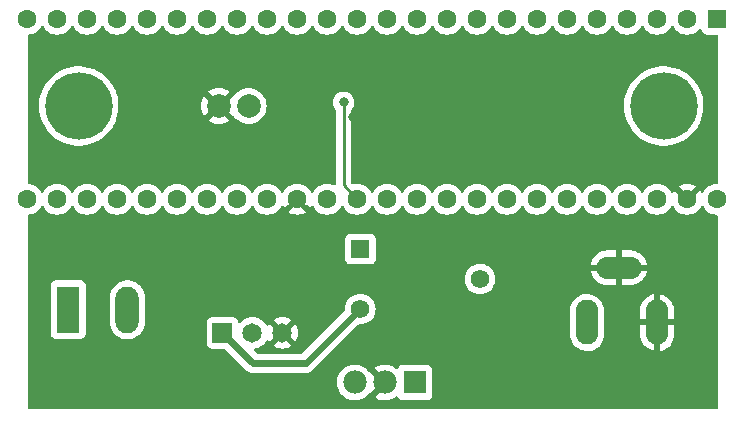
<source format=gbr>
%TF.GenerationSoftware,KiCad,Pcbnew,(6.0.7-1)-1*%
%TF.CreationDate,2022-10-05T22:11:01+11:00*%
%TF.ProjectId,Open-JIP,4f70656e-2d4a-4495-902e-6b696361645f,rev?*%
%TF.SameCoordinates,Original*%
%TF.FileFunction,Copper,L2,Bot*%
%TF.FilePolarity,Positive*%
%FSLAX46Y46*%
G04 Gerber Fmt 4.6, Leading zero omitted, Abs format (unit mm)*
G04 Created by KiCad (PCBNEW (6.0.7-1)-1) date 2022-10-05 22:11:01*
%MOMM*%
%LPD*%
G01*
G04 APERTURE LIST*
%TA.AperFunction,ComponentPad*%
%ADD10R,1.651000X1.651000*%
%TD*%
%TA.AperFunction,ComponentPad*%
%ADD11C,1.651000*%
%TD*%
%TA.AperFunction,ComponentPad*%
%ADD12C,2.000000*%
%TD*%
%TA.AperFunction,ComponentPad*%
%ADD13R,1.980000X3.960000*%
%TD*%
%TA.AperFunction,ComponentPad*%
%ADD14O,1.980000X3.960000*%
%TD*%
%TA.AperFunction,ComponentPad*%
%ADD15R,1.980000X1.980000*%
%TD*%
%TA.AperFunction,ComponentPad*%
%ADD16C,1.980000*%
%TD*%
%TA.AperFunction,ComponentPad*%
%ADD17R,1.600000X1.600000*%
%TD*%
%TA.AperFunction,ComponentPad*%
%ADD18C,1.600000*%
%TD*%
%TA.AperFunction,ComponentPad*%
%ADD19O,1.900000X3.800000*%
%TD*%
%TA.AperFunction,ComponentPad*%
%ADD20O,3.800000X1.900000*%
%TD*%
%TA.AperFunction,ComponentPad*%
%ADD21C,5.700000*%
%TD*%
%TA.AperFunction,ComponentPad*%
%ADD22R,1.574800X1.574800*%
%TD*%
%TA.AperFunction,ComponentPad*%
%ADD23C,1.574800*%
%TD*%
%TA.AperFunction,ViaPad*%
%ADD24C,0.800000*%
%TD*%
%TA.AperFunction,Conductor*%
%ADD25C,0.600000*%
%TD*%
%TA.AperFunction,Conductor*%
%ADD26C,0.250000*%
%TD*%
G04 APERTURE END LIST*
D10*
%TO.P,CR1,1,B*%
%TO.N,Net-(CR1-Pad1)*%
X147549000Y-101200000D03*
D11*
%TO.P,CR1,2,C*%
%TO.N,Net-(CR1-Pad2)*%
X150089000Y-101200000D03*
%TO.P,CR1,3,E*%
%TO.N,GND*%
X152629000Y-101200000D03*
%TD*%
D12*
%TO.P,D2,1*%
%TO.N,GNDA*%
X147230000Y-82000000D03*
%TO.P,D2,2*%
%TO.N,Net-(C3-Pad2)*%
X149770000Y-82000000D03*
%TD*%
D13*
%TO.P,J2,1,Pin_1*%
%TO.N,Net-(C4-Pad2)*%
X134500000Y-99250000D03*
D14*
%TO.P,J2,2,Pin_2*%
%TO.N,Net-(C6-Pad2)*%
X139500000Y-99250000D03*
%TD*%
D15*
%TO.P,U1,1,INPUT*%
%TO.N,+15V*%
X163830000Y-105410000D03*
D16*
%TO.P,U1,2,GND*%
%TO.N,GND*%
X161290000Y-105410000D03*
%TO.P,U1,3,OUTPUT*%
%TO.N,Net-(C4-Pad2)*%
X158750000Y-105410000D03*
%TD*%
D17*
%TO.P,U3,1,GND*%
%TO.N,unconnected-(U3-Pad1)*%
X189435001Y-74645001D03*
D18*
%TO.P,U3,2,0_RX1_MOSI1_TOUCH*%
%TO.N,unconnected-(U3-Pad2)*%
X186895001Y-74645001D03*
%TO.P,U3,3,1_TX1_MISO1_TOUCH*%
%TO.N,unconnected-(U3-Pad3)*%
X184355001Y-74645001D03*
%TO.P,U3,4,2_PWM*%
%TO.N,unconnected-(U3-Pad4)*%
X181815001Y-74645001D03*
%TO.P,U3,5,3_PWM_CAN0TX_SCL2*%
%TO.N,unconnected-(U3-Pad5)*%
X179275001Y-74645001D03*
%TO.P,U3,6,4_PWM_CAN0RX_SDA2*%
%TO.N,unconnected-(U3-Pad6)*%
X176735001Y-74645001D03*
%TO.P,U3,7,5_PWM_TX1_MISO1*%
%TO.N,unconnected-(U3-Pad7)*%
X174195001Y-74645001D03*
%TO.P,U3,8,6_PWM*%
%TO.N,unconnected-(U3-Pad8)*%
X171655001Y-74645001D03*
%TO.P,U3,9,7_RX3_MISO0_SCL0*%
%TO.N,unconnected-(U3-Pad9)*%
X169115001Y-74645001D03*
%TO.P,U3,10,8_TX3_MISO0_SDA0*%
%TO.N,unconnected-(U3-Pad10)*%
X166575001Y-74645001D03*
%TO.P,U3,11,9_PWM_RX2_CS0*%
%TO.N,unconnected-(U3-Pad11)*%
X164035001Y-74645001D03*
%TO.P,U3,12,10_PWM_TX2_CS0*%
%TO.N,unconnected-(U3-Pad12)*%
X161495001Y-74645001D03*
%TO.P,U3,13,11_MOSI0*%
%TO.N,unconnected-(U3-Pad13)*%
X158955001Y-74645001D03*
%TO.P,U3,14,12_MISO0*%
%TO.N,unconnected-(U3-Pad14)*%
X156415001Y-74645001D03*
%TO.P,U3,15,3.3V*%
%TO.N,+3V3*%
X153875001Y-74645001D03*
%TO.P,U3,16,24*%
%TO.N,unconnected-(U3-Pad16)*%
X151335001Y-74645001D03*
%TO.P,U3,17,25*%
%TO.N,unconnected-(U3-Pad17)*%
X148795001Y-74645001D03*
%TO.P,U3,18,26_TX1*%
%TO.N,unconnected-(U3-Pad18)*%
X146255001Y-74645001D03*
%TO.P,U3,19,27_RX1*%
%TO.N,unconnected-(U3-Pad19)*%
X143715001Y-74645001D03*
%TO.P,U3,20,28*%
%TO.N,unconnected-(U3-Pad20)*%
X141175001Y-74645001D03*
%TO.P,U3,21,29_PWM_CAN0TX_TOUCH*%
%TO.N,unconnected-(U3-Pad21)*%
X138635001Y-74645001D03*
%TO.P,U3,22,30_PWM_CAN0RX_TOUCH*%
%TO.N,unconnected-(U3-Pad22)*%
X136095001Y-74645001D03*
%TO.P,U3,23,31_A12_RX4_CS1*%
%TO.N,unconnected-(U3-Pad23)*%
X133555001Y-74645001D03*
%TO.P,U3,24,32_A13_TX4_SCK1*%
%TO.N,unconnected-(U3-Pad24)*%
X131015001Y-74645001D03*
%TO.P,U3,30,33_A14_TX5_CAN1TX_SCL0*%
%TO.N,unconnected-(U3-Pad30)*%
X131015001Y-89885001D03*
%TO.P,U3,31,34_A15_RX5_CAN1TX_SDA0*%
%TO.N,unconnected-(U3-Pad31)*%
X133555001Y-89885001D03*
%TO.P,U3,32,35_A16_PWM*%
%TO.N,unconnected-(U3-Pad32)*%
X136095001Y-89885001D03*
%TO.P,U3,33,36_A17_PWM*%
%TO.N,unconnected-(U3-Pad33)*%
X138635001Y-89885001D03*
%TO.P,U3,34,37_A18_PWM_SCL1*%
%TO.N,unconnected-(U3-Pad34)*%
X141175001Y-89885001D03*
%TO.P,U3,35,38_A19_PWM_SDA1*%
%TO.N,unconnected-(U3-Pad35)*%
X143715001Y-89885001D03*
%TO.P,U3,36,39_A20*%
%TO.N,unconnected-(U3-Pad36)*%
X146255001Y-89885001D03*
%TO.P,U3,37,A21_DAC0*%
%TO.N,unconnected-(U3-Pad37)*%
X148795001Y-89885001D03*
%TO.P,U3,38,A22_DAC1*%
%TO.N,unconnected-(U3-Pad38)*%
X151335001Y-89885001D03*
%TO.P,U3,39,GND*%
%TO.N,GND*%
X153875001Y-89885001D03*
%TO.P,U3,40,13_SCK0_LED*%
%TO.N,unconnected-(U3-Pad40)*%
X156415001Y-89885001D03*
%TO.P,U3,41,14_A0_PWM_SCK0*%
%TO.N,FluoroRead*%
X158955001Y-89885001D03*
%TO.P,U3,42,15_A1_CS0_TOUCH*%
%TO.N,unconnected-(U3-Pad42)*%
X161495001Y-89885001D03*
%TO.P,U3,43,16_A2_SCL0_TOUCH*%
%TO.N,unconnected-(U3-Pad43)*%
X164035001Y-89885001D03*
%TO.P,U3,44,17_A3_SDA0_TOUCH*%
%TO.N,unconnected-(U3-Pad44)*%
X166575001Y-89885001D03*
%TO.P,U3,45,18_A4_SDA0_TOUCH*%
%TO.N,unconnected-(U3-Pad45)*%
X169115001Y-89885001D03*
%TO.P,U3,46,19_A5_SCL0_TOUCH*%
%TO.N,unconnected-(U3-Pad46)*%
X171655001Y-89885001D03*
%TO.P,U3,47,20_A6_PWM_CS0_SCK1*%
%TO.N,ActinicTrigger*%
X174195001Y-89885001D03*
%TO.P,U3,48,21_A7_PWM_CS0_SCK1*%
%TO.N,unconnected-(U3-Pad48)*%
X176735001Y-89885001D03*
%TO.P,U3,49,22_A8_PWM_TOUCH*%
%TO.N,unconnected-(U3-Pad49)*%
X179275001Y-89885001D03*
%TO.P,U3,50,23_A9_PWM_TOUCH*%
%TO.N,unconnected-(U3-Pad50)*%
X181815001Y-89885001D03*
%TO.P,U3,51,3.3V*%
%TO.N,unconnected-(U3-Pad51)*%
X184355001Y-89885001D03*
%TO.P,U3,52,AGND*%
%TO.N,GNDA*%
X186895001Y-89885001D03*
%TO.P,U3,53,VIN*%
%TO.N,+5V*%
X189435001Y-89885001D03*
%TD*%
D19*
%TO.P,J1,1*%
%TO.N,+15V*%
X178422000Y-100330000D03*
%TO.P,J1,2*%
%TO.N,GND*%
X184352000Y-100330000D03*
D20*
%TO.P,J1,3*%
X181102000Y-95680000D03*
%TD*%
D21*
%TO.P,REF\u002A\u002A,1*%
%TO.N,N/C*%
X135382000Y-82000000D03*
%TD*%
%TO.P,REF\u002A\u002A,1*%
%TO.N,N/C*%
X184912000Y-82000000D03*
%TD*%
D22*
%TO.P,R6,1,1*%
%TO.N,Net-(R5-Pad1)*%
X159218400Y-94107200D03*
D23*
%TO.P,R6,2,2*%
X169353000Y-96647200D03*
%TO.P,R6,3,3*%
%TO.N,Net-(CR1-Pad1)*%
X159218400Y-99187200D03*
%TD*%
D24*
%TO.N,GNDA*%
X165200000Y-78900000D03*
X164100000Y-77700000D03*
X155100000Y-78500000D03*
X161300000Y-78500000D03*
X150400000Y-85800000D03*
X159100000Y-85700000D03*
X152700000Y-78200000D03*
X149400000Y-85800000D03*
X156500000Y-84500000D03*
X156200000Y-77500000D03*
X155100000Y-79400000D03*
X158600000Y-82900000D03*
X156500000Y-86700000D03*
X155300000Y-84500000D03*
X174200000Y-87900000D03*
X152600000Y-85800000D03*
X151500000Y-85800000D03*
X150500000Y-78200000D03*
X153800000Y-76600000D03*
X160400000Y-77700000D03*
X156500000Y-87800000D03*
X175400000Y-88300000D03*
X149500000Y-78200000D03*
X163100000Y-76600000D03*
X159100000Y-84500000D03*
X156500000Y-85600000D03*
X152800000Y-79400000D03*
X154800000Y-77500000D03*
X152900000Y-84700000D03*
X151600000Y-78200000D03*
X163000000Y-84200000D03*
X159100000Y-86800000D03*
X159100000Y-87900000D03*
X160100000Y-79600000D03*
X173000000Y-88300000D03*
X154000000Y-84500000D03*
X161400000Y-79600000D03*
X152600000Y-76200000D03*
%TO.N,GND*%
X167300000Y-94900000D03*
X161600000Y-94300000D03*
X160900000Y-97900000D03*
X165300000Y-94900000D03*
X174800000Y-92600000D03*
X159400000Y-102400000D03*
X171000000Y-91800000D03*
X163200000Y-98300000D03*
X163200000Y-94900000D03*
X158200000Y-102400000D03*
X155000000Y-101100000D03*
X159200000Y-96300000D03*
X175600000Y-91800000D03*
X167400000Y-98300000D03*
X165400000Y-98300000D03*
X155000000Y-100000000D03*
X156100000Y-100000000D03*
%TO.N,FluoroRead*%
X157800000Y-81700000D03*
%TD*%
D25*
%TO.N,Net-(CR1-Pad1)*%
X154605600Y-103800000D02*
X150149000Y-103800000D01*
X150149000Y-103800000D02*
X147549000Y-101200000D01*
X159218400Y-99187200D02*
X154605600Y-103800000D01*
D26*
%TO.N,FluoroRead*%
X157800000Y-88730000D02*
X158955001Y-89885001D01*
X157800000Y-81700000D02*
X157800000Y-88730000D01*
%TD*%
%TA.AperFunction,Conductor*%
%TO.N,GNDA*%
G36*
X185693960Y-75210340D02*
G01*
X185739196Y-75262544D01*
X185755152Y-75296763D01*
X185755155Y-75296768D01*
X185757478Y-75301750D01*
X185888803Y-75489301D01*
X186050701Y-75651199D01*
X186055209Y-75654356D01*
X186055212Y-75654358D01*
X186096543Y-75683298D01*
X186238252Y-75782524D01*
X186243234Y-75784847D01*
X186243239Y-75784850D01*
X186440776Y-75876962D01*
X186445758Y-75879285D01*
X186451066Y-75880707D01*
X186451068Y-75880708D01*
X186661599Y-75937120D01*
X186661601Y-75937120D01*
X186666914Y-75938544D01*
X186895001Y-75958499D01*
X187123088Y-75938544D01*
X187128401Y-75937120D01*
X187128403Y-75937120D01*
X187338934Y-75880708D01*
X187338936Y-75880707D01*
X187344244Y-75879285D01*
X187349226Y-75876962D01*
X187546763Y-75784850D01*
X187546768Y-75784847D01*
X187551750Y-75782524D01*
X187693459Y-75683298D01*
X187734790Y-75654358D01*
X187734793Y-75654356D01*
X187739301Y-75651199D01*
X187901199Y-75489301D01*
X187904358Y-75484790D01*
X187907893Y-75480577D01*
X187909027Y-75481528D01*
X187959072Y-75441530D01*
X188029691Y-75434225D01*
X188093050Y-75466259D01*
X188129031Y-75527463D01*
X188132083Y-75544518D01*
X188133256Y-75555317D01*
X188184386Y-75691706D01*
X188271740Y-75808262D01*
X188388296Y-75895616D01*
X188524685Y-75946746D01*
X188586867Y-75953501D01*
X189358000Y-75953501D01*
X189426121Y-75973503D01*
X189472614Y-76027159D01*
X189484000Y-76079501D01*
X189484000Y-88451758D01*
X189463998Y-88519879D01*
X189410342Y-88566372D01*
X189368983Y-88577279D01*
X189206914Y-88591458D01*
X189201601Y-88592882D01*
X189201599Y-88592882D01*
X188991068Y-88649294D01*
X188991066Y-88649295D01*
X188985758Y-88650717D01*
X188980777Y-88653040D01*
X188980776Y-88653040D01*
X188783239Y-88745152D01*
X188783234Y-88745155D01*
X188778252Y-88747478D01*
X188721081Y-88787510D01*
X188595212Y-88875644D01*
X188595209Y-88875646D01*
X188590701Y-88878803D01*
X188428803Y-89040701D01*
X188297478Y-89228252D01*
X188295155Y-89233234D01*
X188295152Y-89233239D01*
X188278920Y-89268050D01*
X188232003Y-89321335D01*
X188163726Y-89340796D01*
X188095766Y-89320254D01*
X188050530Y-89268050D01*
X188034415Y-89233490D01*
X188028932Y-89223995D01*
X187992492Y-89171953D01*
X187982013Y-89163577D01*
X187968567Y-89170645D01*
X187223212Y-89916000D01*
X186566790Y-89916000D01*
X185820714Y-89169924D01*
X185808939Y-89163494D01*
X185796924Y-89172790D01*
X185761070Y-89223995D01*
X185755587Y-89233490D01*
X185739472Y-89268050D01*
X185692555Y-89321335D01*
X185624278Y-89340796D01*
X185556318Y-89320254D01*
X185511082Y-89268050D01*
X185494850Y-89233239D01*
X185494847Y-89233234D01*
X185492524Y-89228252D01*
X185361199Y-89040701D01*
X185199301Y-88878803D01*
X185194793Y-88875646D01*
X185194790Y-88875644D01*
X185083887Y-88797989D01*
X186173577Y-88797989D01*
X186180645Y-88811435D01*
X186882189Y-89512979D01*
X186896133Y-89520593D01*
X186897966Y-89520462D01*
X186904581Y-89516211D01*
X187610078Y-88810714D01*
X187616508Y-88798939D01*
X187607212Y-88786924D01*
X187556007Y-88751070D01*
X187546512Y-88745587D01*
X187349054Y-88653511D01*
X187338762Y-88649765D01*
X187128313Y-88593376D01*
X187117520Y-88591473D01*
X186900476Y-88572484D01*
X186889526Y-88572484D01*
X186672482Y-88591473D01*
X186661689Y-88593376D01*
X186451240Y-88649765D01*
X186440948Y-88653511D01*
X186243490Y-88745587D01*
X186233995Y-88751070D01*
X186181953Y-88787510D01*
X186173577Y-88797989D01*
X185083887Y-88797989D01*
X185068921Y-88787510D01*
X185011750Y-88747478D01*
X185006768Y-88745155D01*
X185006763Y-88745152D01*
X184809226Y-88653040D01*
X184809225Y-88653040D01*
X184804244Y-88650717D01*
X184798936Y-88649295D01*
X184798934Y-88649294D01*
X184588403Y-88592882D01*
X184588401Y-88592882D01*
X184583088Y-88591458D01*
X184355001Y-88571503D01*
X184126914Y-88591458D01*
X184121601Y-88592882D01*
X184121599Y-88592882D01*
X183911068Y-88649294D01*
X183911066Y-88649295D01*
X183905758Y-88650717D01*
X183900777Y-88653040D01*
X183900776Y-88653040D01*
X183703239Y-88745152D01*
X183703234Y-88745155D01*
X183698252Y-88747478D01*
X183641081Y-88787510D01*
X183515212Y-88875644D01*
X183515209Y-88875646D01*
X183510701Y-88878803D01*
X183348803Y-89040701D01*
X183217478Y-89228252D01*
X183215155Y-89233234D01*
X183215152Y-89233239D01*
X183199196Y-89267458D01*
X183152279Y-89320743D01*
X183084002Y-89340204D01*
X183016042Y-89319662D01*
X182970806Y-89267458D01*
X182954850Y-89233239D01*
X182954847Y-89233234D01*
X182952524Y-89228252D01*
X182821199Y-89040701D01*
X182659301Y-88878803D01*
X182654793Y-88875646D01*
X182654790Y-88875644D01*
X182528921Y-88787510D01*
X182471750Y-88747478D01*
X182466768Y-88745155D01*
X182466763Y-88745152D01*
X182269226Y-88653040D01*
X182269225Y-88653040D01*
X182264244Y-88650717D01*
X182258936Y-88649295D01*
X182258934Y-88649294D01*
X182048403Y-88592882D01*
X182048401Y-88592882D01*
X182043088Y-88591458D01*
X181815001Y-88571503D01*
X181586914Y-88591458D01*
X181581601Y-88592882D01*
X181581599Y-88592882D01*
X181371068Y-88649294D01*
X181371066Y-88649295D01*
X181365758Y-88650717D01*
X181360777Y-88653040D01*
X181360776Y-88653040D01*
X181163239Y-88745152D01*
X181163234Y-88745155D01*
X181158252Y-88747478D01*
X181101081Y-88787510D01*
X180975212Y-88875644D01*
X180975209Y-88875646D01*
X180970701Y-88878803D01*
X180808803Y-89040701D01*
X180677478Y-89228252D01*
X180675155Y-89233234D01*
X180675152Y-89233239D01*
X180659196Y-89267458D01*
X180612279Y-89320743D01*
X180544002Y-89340204D01*
X180476042Y-89319662D01*
X180430806Y-89267458D01*
X180414850Y-89233239D01*
X180414847Y-89233234D01*
X180412524Y-89228252D01*
X180281199Y-89040701D01*
X180119301Y-88878803D01*
X180114793Y-88875646D01*
X180114790Y-88875644D01*
X179988921Y-88787510D01*
X179931750Y-88747478D01*
X179926768Y-88745155D01*
X179926763Y-88745152D01*
X179729226Y-88653040D01*
X179729225Y-88653040D01*
X179724244Y-88650717D01*
X179718936Y-88649295D01*
X179718934Y-88649294D01*
X179508403Y-88592882D01*
X179508401Y-88592882D01*
X179503088Y-88591458D01*
X179275001Y-88571503D01*
X179046914Y-88591458D01*
X179041601Y-88592882D01*
X179041599Y-88592882D01*
X178831068Y-88649294D01*
X178831066Y-88649295D01*
X178825758Y-88650717D01*
X178820777Y-88653040D01*
X178820776Y-88653040D01*
X178623239Y-88745152D01*
X178623234Y-88745155D01*
X178618252Y-88747478D01*
X178561081Y-88787510D01*
X178435212Y-88875644D01*
X178435209Y-88875646D01*
X178430701Y-88878803D01*
X178268803Y-89040701D01*
X178137478Y-89228252D01*
X178135155Y-89233234D01*
X178135152Y-89233239D01*
X178119196Y-89267458D01*
X178072279Y-89320743D01*
X178004002Y-89340204D01*
X177936042Y-89319662D01*
X177890806Y-89267458D01*
X177874850Y-89233239D01*
X177874847Y-89233234D01*
X177872524Y-89228252D01*
X177741199Y-89040701D01*
X177579301Y-88878803D01*
X177574793Y-88875646D01*
X177574790Y-88875644D01*
X177448921Y-88787510D01*
X177391750Y-88747478D01*
X177386768Y-88745155D01*
X177386763Y-88745152D01*
X177189226Y-88653040D01*
X177189225Y-88653040D01*
X177184244Y-88650717D01*
X177178936Y-88649295D01*
X177178934Y-88649294D01*
X176968403Y-88592882D01*
X176968401Y-88592882D01*
X176963088Y-88591458D01*
X176735001Y-88571503D01*
X176506914Y-88591458D01*
X176501601Y-88592882D01*
X176501599Y-88592882D01*
X176291068Y-88649294D01*
X176291066Y-88649295D01*
X176285758Y-88650717D01*
X176280777Y-88653040D01*
X176280776Y-88653040D01*
X176083239Y-88745152D01*
X176083234Y-88745155D01*
X176078252Y-88747478D01*
X176021081Y-88787510D01*
X175895212Y-88875644D01*
X175895209Y-88875646D01*
X175890701Y-88878803D01*
X175728803Y-89040701D01*
X175597478Y-89228252D01*
X175595155Y-89233234D01*
X175595152Y-89233239D01*
X175579196Y-89267458D01*
X175532279Y-89320743D01*
X175464002Y-89340204D01*
X175396042Y-89319662D01*
X175350806Y-89267458D01*
X175334850Y-89233239D01*
X175334847Y-89233234D01*
X175332524Y-89228252D01*
X175201199Y-89040701D01*
X175039301Y-88878803D01*
X175034793Y-88875646D01*
X175034790Y-88875644D01*
X174908921Y-88787510D01*
X174851750Y-88747478D01*
X174846768Y-88745155D01*
X174846763Y-88745152D01*
X174649226Y-88653040D01*
X174649225Y-88653040D01*
X174644244Y-88650717D01*
X174638936Y-88649295D01*
X174638934Y-88649294D01*
X174428403Y-88592882D01*
X174428401Y-88592882D01*
X174423088Y-88591458D01*
X174195001Y-88571503D01*
X173966914Y-88591458D01*
X173961601Y-88592882D01*
X173961599Y-88592882D01*
X173751068Y-88649294D01*
X173751066Y-88649295D01*
X173745758Y-88650717D01*
X173740777Y-88653040D01*
X173740776Y-88653040D01*
X173543239Y-88745152D01*
X173543234Y-88745155D01*
X173538252Y-88747478D01*
X173481081Y-88787510D01*
X173355212Y-88875644D01*
X173355209Y-88875646D01*
X173350701Y-88878803D01*
X173188803Y-89040701D01*
X173057478Y-89228252D01*
X173055155Y-89233234D01*
X173055152Y-89233239D01*
X173039196Y-89267458D01*
X172992279Y-89320743D01*
X172924002Y-89340204D01*
X172856042Y-89319662D01*
X172810806Y-89267458D01*
X172794850Y-89233239D01*
X172794847Y-89233234D01*
X172792524Y-89228252D01*
X172661199Y-89040701D01*
X172499301Y-88878803D01*
X172494793Y-88875646D01*
X172494790Y-88875644D01*
X172368921Y-88787510D01*
X172311750Y-88747478D01*
X172306768Y-88745155D01*
X172306763Y-88745152D01*
X172109226Y-88653040D01*
X172109225Y-88653040D01*
X172104244Y-88650717D01*
X172098936Y-88649295D01*
X172098934Y-88649294D01*
X171888403Y-88592882D01*
X171888401Y-88592882D01*
X171883088Y-88591458D01*
X171655001Y-88571503D01*
X171426914Y-88591458D01*
X171421601Y-88592882D01*
X171421599Y-88592882D01*
X171211068Y-88649294D01*
X171211066Y-88649295D01*
X171205758Y-88650717D01*
X171200777Y-88653040D01*
X171200776Y-88653040D01*
X171003239Y-88745152D01*
X171003234Y-88745155D01*
X170998252Y-88747478D01*
X170941081Y-88787510D01*
X170815212Y-88875644D01*
X170815209Y-88875646D01*
X170810701Y-88878803D01*
X170648803Y-89040701D01*
X170517478Y-89228252D01*
X170515155Y-89233234D01*
X170515152Y-89233239D01*
X170499196Y-89267458D01*
X170452279Y-89320743D01*
X170384002Y-89340204D01*
X170316042Y-89319662D01*
X170270806Y-89267458D01*
X170254850Y-89233239D01*
X170254847Y-89233234D01*
X170252524Y-89228252D01*
X170121199Y-89040701D01*
X169959301Y-88878803D01*
X169954793Y-88875646D01*
X169954790Y-88875644D01*
X169828921Y-88787510D01*
X169771750Y-88747478D01*
X169766768Y-88745155D01*
X169766763Y-88745152D01*
X169569226Y-88653040D01*
X169569225Y-88653040D01*
X169564244Y-88650717D01*
X169558936Y-88649295D01*
X169558934Y-88649294D01*
X169348403Y-88592882D01*
X169348401Y-88592882D01*
X169343088Y-88591458D01*
X169115001Y-88571503D01*
X168886914Y-88591458D01*
X168881601Y-88592882D01*
X168881599Y-88592882D01*
X168671068Y-88649294D01*
X168671066Y-88649295D01*
X168665758Y-88650717D01*
X168660777Y-88653040D01*
X168660776Y-88653040D01*
X168463239Y-88745152D01*
X168463234Y-88745155D01*
X168458252Y-88747478D01*
X168401081Y-88787510D01*
X168275212Y-88875644D01*
X168275209Y-88875646D01*
X168270701Y-88878803D01*
X168108803Y-89040701D01*
X167977478Y-89228252D01*
X167975155Y-89233234D01*
X167975152Y-89233239D01*
X167959196Y-89267458D01*
X167912279Y-89320743D01*
X167844002Y-89340204D01*
X167776042Y-89319662D01*
X167730806Y-89267458D01*
X167714850Y-89233239D01*
X167714847Y-89233234D01*
X167712524Y-89228252D01*
X167581199Y-89040701D01*
X167419301Y-88878803D01*
X167414793Y-88875646D01*
X167414790Y-88875644D01*
X167288921Y-88787510D01*
X167231750Y-88747478D01*
X167226768Y-88745155D01*
X167226763Y-88745152D01*
X167029226Y-88653040D01*
X167029225Y-88653040D01*
X167024244Y-88650717D01*
X167018936Y-88649295D01*
X167018934Y-88649294D01*
X166808403Y-88592882D01*
X166808401Y-88592882D01*
X166803088Y-88591458D01*
X166575001Y-88571503D01*
X166346914Y-88591458D01*
X166341601Y-88592882D01*
X166341599Y-88592882D01*
X166131068Y-88649294D01*
X166131066Y-88649295D01*
X166125758Y-88650717D01*
X166120777Y-88653040D01*
X166120776Y-88653040D01*
X165923239Y-88745152D01*
X165923234Y-88745155D01*
X165918252Y-88747478D01*
X165861081Y-88787510D01*
X165735212Y-88875644D01*
X165735209Y-88875646D01*
X165730701Y-88878803D01*
X165568803Y-89040701D01*
X165437478Y-89228252D01*
X165435155Y-89233234D01*
X165435152Y-89233239D01*
X165419196Y-89267458D01*
X165372279Y-89320743D01*
X165304002Y-89340204D01*
X165236042Y-89319662D01*
X165190806Y-89267458D01*
X165174850Y-89233239D01*
X165174847Y-89233234D01*
X165172524Y-89228252D01*
X165041199Y-89040701D01*
X164879301Y-88878803D01*
X164874793Y-88875646D01*
X164874790Y-88875644D01*
X164748921Y-88787510D01*
X164691750Y-88747478D01*
X164686768Y-88745155D01*
X164686763Y-88745152D01*
X164489226Y-88653040D01*
X164489225Y-88653040D01*
X164484244Y-88650717D01*
X164478936Y-88649295D01*
X164478934Y-88649294D01*
X164268403Y-88592882D01*
X164268401Y-88592882D01*
X164263088Y-88591458D01*
X164035001Y-88571503D01*
X163806914Y-88591458D01*
X163801601Y-88592882D01*
X163801599Y-88592882D01*
X163591068Y-88649294D01*
X163591066Y-88649295D01*
X163585758Y-88650717D01*
X163580777Y-88653040D01*
X163580776Y-88653040D01*
X163383239Y-88745152D01*
X163383234Y-88745155D01*
X163378252Y-88747478D01*
X163321081Y-88787510D01*
X163195212Y-88875644D01*
X163195209Y-88875646D01*
X163190701Y-88878803D01*
X163028803Y-89040701D01*
X162897478Y-89228252D01*
X162895155Y-89233234D01*
X162895152Y-89233239D01*
X162879196Y-89267458D01*
X162832279Y-89320743D01*
X162764002Y-89340204D01*
X162696042Y-89319662D01*
X162650806Y-89267458D01*
X162634850Y-89233239D01*
X162634847Y-89233234D01*
X162632524Y-89228252D01*
X162501199Y-89040701D01*
X162339301Y-88878803D01*
X162334793Y-88875646D01*
X162334790Y-88875644D01*
X162208921Y-88787510D01*
X162151750Y-88747478D01*
X162146768Y-88745155D01*
X162146763Y-88745152D01*
X161949226Y-88653040D01*
X161949225Y-88653040D01*
X161944244Y-88650717D01*
X161938936Y-88649295D01*
X161938934Y-88649294D01*
X161728403Y-88592882D01*
X161728401Y-88592882D01*
X161723088Y-88591458D01*
X161495001Y-88571503D01*
X161266914Y-88591458D01*
X161261601Y-88592882D01*
X161261599Y-88592882D01*
X161051068Y-88649294D01*
X161051066Y-88649295D01*
X161045758Y-88650717D01*
X161040777Y-88653040D01*
X161040776Y-88653040D01*
X160843239Y-88745152D01*
X160843234Y-88745155D01*
X160838252Y-88747478D01*
X160781081Y-88787510D01*
X160655212Y-88875644D01*
X160655209Y-88875646D01*
X160650701Y-88878803D01*
X160488803Y-89040701D01*
X160357478Y-89228252D01*
X160355155Y-89233234D01*
X160355152Y-89233239D01*
X160339196Y-89267458D01*
X160292279Y-89320743D01*
X160224002Y-89340204D01*
X160156042Y-89319662D01*
X160110806Y-89267458D01*
X160094850Y-89233239D01*
X160094847Y-89233234D01*
X160092524Y-89228252D01*
X159961199Y-89040701D01*
X159799301Y-88878803D01*
X159794793Y-88875646D01*
X159794790Y-88875644D01*
X159668921Y-88787510D01*
X159611750Y-88747478D01*
X159606768Y-88745155D01*
X159606763Y-88745152D01*
X159409226Y-88653040D01*
X159409225Y-88653040D01*
X159404244Y-88650717D01*
X159398936Y-88649295D01*
X159398934Y-88649294D01*
X159188403Y-88592882D01*
X159188401Y-88592882D01*
X159183088Y-88591458D01*
X158955001Y-88571503D01*
X158726914Y-88591458D01*
X158721601Y-88592882D01*
X158721599Y-88592882D01*
X158663460Y-88608460D01*
X158592483Y-88606770D01*
X158541754Y-88575848D01*
X158470405Y-88504499D01*
X158436379Y-88442187D01*
X158433500Y-88415404D01*
X158433500Y-82402524D01*
X158453502Y-82334403D01*
X158465858Y-82318221D01*
X158539040Y-82236944D01*
X158634527Y-82071556D01*
X158661592Y-81988259D01*
X181548587Y-81988259D01*
X181548759Y-81991654D01*
X181548759Y-81991655D01*
X181549667Y-82009580D01*
X181566992Y-82351574D01*
X181567529Y-82354929D01*
X181567530Y-82354935D01*
X181585575Y-82467594D01*
X181624527Y-82710777D01*
X181720519Y-83061664D01*
X181853845Y-83400133D01*
X181855428Y-83403148D01*
X182021362Y-83719206D01*
X182021367Y-83719214D01*
X182022946Y-83722222D01*
X182024840Y-83725040D01*
X182024845Y-83725049D01*
X182217419Y-84011628D01*
X182225843Y-84024165D01*
X182460163Y-84302428D01*
X182486899Y-84327977D01*
X182720702Y-84551405D01*
X182720709Y-84551411D01*
X182723165Y-84553758D01*
X183011771Y-84775214D01*
X183014689Y-84776988D01*
X183319692Y-84962433D01*
X183319697Y-84962436D01*
X183322607Y-84964205D01*
X183325695Y-84965651D01*
X183325694Y-84965651D01*
X183648952Y-85117077D01*
X183648962Y-85117081D01*
X183652036Y-85118521D01*
X183655254Y-85119623D01*
X183655257Y-85119624D01*
X183992981Y-85235253D01*
X183992989Y-85235255D01*
X183996204Y-85236356D01*
X184351084Y-85316332D01*
X184404123Y-85322375D01*
X184709144Y-85357128D01*
X184709152Y-85357128D01*
X184712527Y-85357513D01*
X184715931Y-85357531D01*
X184715934Y-85357531D01*
X184914058Y-85358568D01*
X185076303Y-85359418D01*
X185079689Y-85359068D01*
X185079691Y-85359068D01*
X185434765Y-85322375D01*
X185434774Y-85322374D01*
X185438157Y-85322024D01*
X185441490Y-85321310D01*
X185441493Y-85321309D01*
X185551895Y-85297641D01*
X185793856Y-85245768D01*
X186139239Y-85131544D01*
X186142323Y-85130138D01*
X186142332Y-85130135D01*
X186467171Y-84982096D01*
X186470265Y-84980686D01*
X186514276Y-84954554D01*
X186780128Y-84796704D01*
X186780132Y-84796701D01*
X186783063Y-84794961D01*
X187073973Y-84576539D01*
X187339592Y-84327977D01*
X187576813Y-84052182D01*
X187684983Y-83894794D01*
X187780931Y-83755190D01*
X187780936Y-83755182D01*
X187782861Y-83752381D01*
X187784473Y-83749387D01*
X187784478Y-83749379D01*
X187921488Y-83494923D01*
X187955325Y-83432080D01*
X188092188Y-83095027D01*
X188191850Y-82745164D01*
X188238514Y-82472167D01*
X188252571Y-82389930D01*
X188252571Y-82389928D01*
X188253143Y-82386583D01*
X188254232Y-82368790D01*
X188275241Y-82025278D01*
X188275351Y-82023481D01*
X188275433Y-82000000D01*
X188255760Y-81636751D01*
X188196972Y-81277752D01*
X188099756Y-80927202D01*
X188095331Y-80916081D01*
X187966508Y-80592365D01*
X187965249Y-80589201D01*
X187911049Y-80486835D01*
X187796624Y-80270723D01*
X187796620Y-80270716D01*
X187795025Y-80267704D01*
X187793118Y-80264888D01*
X187793113Y-80264879D01*
X187592985Y-79969292D01*
X187591075Y-79966471D01*
X187355785Y-79689027D01*
X187091908Y-79438617D01*
X186802530Y-79218170D01*
X186799618Y-79216413D01*
X186799613Y-79216410D01*
X186493951Y-79032023D01*
X186493945Y-79032020D01*
X186491036Y-79030265D01*
X186161071Y-78877100D01*
X185816494Y-78760467D01*
X185807234Y-78758414D01*
X185732485Y-78741843D01*
X185461336Y-78681731D01*
X185332217Y-78667476D01*
X185103133Y-78642184D01*
X185103128Y-78642184D01*
X185099752Y-78641811D01*
X185096353Y-78641805D01*
X185096352Y-78641805D01*
X184924763Y-78641506D01*
X184735972Y-78641176D01*
X184600831Y-78655618D01*
X184377634Y-78679471D01*
X184377628Y-78679472D01*
X184374250Y-78679833D01*
X184018820Y-78757330D01*
X183673838Y-78872759D01*
X183343340Y-79024771D01*
X183031192Y-79211588D01*
X182741046Y-79431023D01*
X182476296Y-79680511D01*
X182240040Y-79957132D01*
X182035040Y-80257651D01*
X182033439Y-80260650D01*
X181872111Y-80562789D01*
X181863694Y-80578552D01*
X181862419Y-80581724D01*
X181862417Y-80581728D01*
X181784392Y-80775824D01*
X181728009Y-80916081D01*
X181727090Y-80919349D01*
X181727088Y-80919356D01*
X181630490Y-81263012D01*
X181629569Y-81266290D01*
X181629007Y-81269647D01*
X181629007Y-81269648D01*
X181585037Y-81532406D01*
X181569528Y-81625082D01*
X181548587Y-81988259D01*
X158661592Y-81988259D01*
X158693542Y-81889928D01*
X158713504Y-81700000D01*
X158705276Y-81621717D01*
X158694232Y-81516635D01*
X158694232Y-81516633D01*
X158693542Y-81510072D01*
X158634527Y-81328444D01*
X158539040Y-81163056D01*
X158495589Y-81114798D01*
X158415675Y-81026045D01*
X158415674Y-81026044D01*
X158411253Y-81021134D01*
X158256752Y-80908882D01*
X158250724Y-80906198D01*
X158250722Y-80906197D01*
X158088319Y-80833891D01*
X158088318Y-80833891D01*
X158082288Y-80831206D01*
X157988888Y-80811353D01*
X157901944Y-80792872D01*
X157901939Y-80792872D01*
X157895487Y-80791500D01*
X157704513Y-80791500D01*
X157698061Y-80792872D01*
X157698056Y-80792872D01*
X157611113Y-80811353D01*
X157517712Y-80831206D01*
X157511682Y-80833891D01*
X157511681Y-80833891D01*
X157349278Y-80906197D01*
X157349276Y-80906198D01*
X157343248Y-80908882D01*
X157188747Y-81021134D01*
X157184326Y-81026044D01*
X157184325Y-81026045D01*
X157104412Y-81114798D01*
X157060960Y-81163056D01*
X156965473Y-81328444D01*
X156906458Y-81510072D01*
X156905768Y-81516633D01*
X156905768Y-81516635D01*
X156894724Y-81621717D01*
X156886496Y-81700000D01*
X156906458Y-81889928D01*
X156965473Y-82071556D01*
X157060960Y-82236944D01*
X157134137Y-82318215D01*
X157164853Y-82382221D01*
X157166500Y-82402524D01*
X157166500Y-88593880D01*
X157146498Y-88662001D01*
X157092842Y-88708494D01*
X157022568Y-88718598D01*
X156987251Y-88708075D01*
X156869231Y-88653042D01*
X156869226Y-88653040D01*
X156864244Y-88650717D01*
X156858936Y-88649295D01*
X156858934Y-88649294D01*
X156648403Y-88592882D01*
X156648401Y-88592882D01*
X156643088Y-88591458D01*
X156415001Y-88571503D01*
X156186914Y-88591458D01*
X156181601Y-88592882D01*
X156181599Y-88592882D01*
X155971068Y-88649294D01*
X155971066Y-88649295D01*
X155965758Y-88650717D01*
X155960777Y-88653040D01*
X155960776Y-88653040D01*
X155763239Y-88745152D01*
X155763234Y-88745155D01*
X155758252Y-88747478D01*
X155701081Y-88787510D01*
X155575212Y-88875644D01*
X155575209Y-88875646D01*
X155570701Y-88878803D01*
X155408803Y-89040701D01*
X155277478Y-89228252D01*
X155275155Y-89233234D01*
X155275152Y-89233239D01*
X155259196Y-89267458D01*
X155212279Y-89320743D01*
X155144002Y-89340204D01*
X155076042Y-89319662D01*
X155030806Y-89267458D01*
X155014850Y-89233239D01*
X155014847Y-89233234D01*
X155012524Y-89228252D01*
X154881199Y-89040701D01*
X154719301Y-88878803D01*
X154714793Y-88875646D01*
X154714790Y-88875644D01*
X154588921Y-88787510D01*
X154531750Y-88747478D01*
X154526768Y-88745155D01*
X154526763Y-88745152D01*
X154329226Y-88653040D01*
X154329225Y-88653040D01*
X154324244Y-88650717D01*
X154318936Y-88649295D01*
X154318934Y-88649294D01*
X154108403Y-88592882D01*
X154108401Y-88592882D01*
X154103088Y-88591458D01*
X153875001Y-88571503D01*
X153646914Y-88591458D01*
X153641601Y-88592882D01*
X153641599Y-88592882D01*
X153431068Y-88649294D01*
X153431066Y-88649295D01*
X153425758Y-88650717D01*
X153420777Y-88653040D01*
X153420776Y-88653040D01*
X153223239Y-88745152D01*
X153223234Y-88745155D01*
X153218252Y-88747478D01*
X153161081Y-88787510D01*
X153035212Y-88875644D01*
X153035209Y-88875646D01*
X153030701Y-88878803D01*
X152868803Y-89040701D01*
X152737478Y-89228252D01*
X152735155Y-89233234D01*
X152735152Y-89233239D01*
X152719196Y-89267458D01*
X152672279Y-89320743D01*
X152604002Y-89340204D01*
X152536042Y-89319662D01*
X152490806Y-89267458D01*
X152474850Y-89233239D01*
X152474847Y-89233234D01*
X152472524Y-89228252D01*
X152341199Y-89040701D01*
X152179301Y-88878803D01*
X152174793Y-88875646D01*
X152174790Y-88875644D01*
X152048921Y-88787510D01*
X151991750Y-88747478D01*
X151986768Y-88745155D01*
X151986763Y-88745152D01*
X151789226Y-88653040D01*
X151789225Y-88653040D01*
X151784244Y-88650717D01*
X151778936Y-88649295D01*
X151778934Y-88649294D01*
X151568403Y-88592882D01*
X151568401Y-88592882D01*
X151563088Y-88591458D01*
X151335001Y-88571503D01*
X151106914Y-88591458D01*
X151101601Y-88592882D01*
X151101599Y-88592882D01*
X150891068Y-88649294D01*
X150891066Y-88649295D01*
X150885758Y-88650717D01*
X150880777Y-88653040D01*
X150880776Y-88653040D01*
X150683239Y-88745152D01*
X150683234Y-88745155D01*
X150678252Y-88747478D01*
X150621081Y-88787510D01*
X150495212Y-88875644D01*
X150495209Y-88875646D01*
X150490701Y-88878803D01*
X150328803Y-89040701D01*
X150197478Y-89228252D01*
X150195155Y-89233234D01*
X150195152Y-89233239D01*
X150179196Y-89267458D01*
X150132279Y-89320743D01*
X150064002Y-89340204D01*
X149996042Y-89319662D01*
X149950806Y-89267458D01*
X149934850Y-89233239D01*
X149934847Y-89233234D01*
X149932524Y-89228252D01*
X149801199Y-89040701D01*
X149639301Y-88878803D01*
X149634793Y-88875646D01*
X149634790Y-88875644D01*
X149508921Y-88787510D01*
X149451750Y-88747478D01*
X149446768Y-88745155D01*
X149446763Y-88745152D01*
X149249226Y-88653040D01*
X149249225Y-88653040D01*
X149244244Y-88650717D01*
X149238936Y-88649295D01*
X149238934Y-88649294D01*
X149028403Y-88592882D01*
X149028401Y-88592882D01*
X149023088Y-88591458D01*
X148795001Y-88571503D01*
X148566914Y-88591458D01*
X148561601Y-88592882D01*
X148561599Y-88592882D01*
X148351068Y-88649294D01*
X148351066Y-88649295D01*
X148345758Y-88650717D01*
X148340777Y-88653040D01*
X148340776Y-88653040D01*
X148143239Y-88745152D01*
X148143234Y-88745155D01*
X148138252Y-88747478D01*
X148081081Y-88787510D01*
X147955212Y-88875644D01*
X147955209Y-88875646D01*
X147950701Y-88878803D01*
X147788803Y-89040701D01*
X147657478Y-89228252D01*
X147655155Y-89233234D01*
X147655152Y-89233239D01*
X147639196Y-89267458D01*
X147592279Y-89320743D01*
X147524002Y-89340204D01*
X147456042Y-89319662D01*
X147410806Y-89267458D01*
X147394850Y-89233239D01*
X147394847Y-89233234D01*
X147392524Y-89228252D01*
X147261199Y-89040701D01*
X147099301Y-88878803D01*
X147094793Y-88875646D01*
X147094790Y-88875644D01*
X146968921Y-88787510D01*
X146911750Y-88747478D01*
X146906768Y-88745155D01*
X146906763Y-88745152D01*
X146709226Y-88653040D01*
X146709225Y-88653040D01*
X146704244Y-88650717D01*
X146698936Y-88649295D01*
X146698934Y-88649294D01*
X146488403Y-88592882D01*
X146488401Y-88592882D01*
X146483088Y-88591458D01*
X146255001Y-88571503D01*
X146026914Y-88591458D01*
X146021601Y-88592882D01*
X146021599Y-88592882D01*
X145811068Y-88649294D01*
X145811066Y-88649295D01*
X145805758Y-88650717D01*
X145800777Y-88653040D01*
X145800776Y-88653040D01*
X145603239Y-88745152D01*
X145603234Y-88745155D01*
X145598252Y-88747478D01*
X145541081Y-88787510D01*
X145415212Y-88875644D01*
X145415209Y-88875646D01*
X145410701Y-88878803D01*
X145248803Y-89040701D01*
X145117478Y-89228252D01*
X145115155Y-89233234D01*
X145115152Y-89233239D01*
X145099196Y-89267458D01*
X145052279Y-89320743D01*
X144984002Y-89340204D01*
X144916042Y-89319662D01*
X144870806Y-89267458D01*
X144854850Y-89233239D01*
X144854847Y-89233234D01*
X144852524Y-89228252D01*
X144721199Y-89040701D01*
X144559301Y-88878803D01*
X144554793Y-88875646D01*
X144554790Y-88875644D01*
X144428921Y-88787510D01*
X144371750Y-88747478D01*
X144366768Y-88745155D01*
X144366763Y-88745152D01*
X144169226Y-88653040D01*
X144169225Y-88653040D01*
X144164244Y-88650717D01*
X144158936Y-88649295D01*
X144158934Y-88649294D01*
X143948403Y-88592882D01*
X143948401Y-88592882D01*
X143943088Y-88591458D01*
X143715001Y-88571503D01*
X143486914Y-88591458D01*
X143481601Y-88592882D01*
X143481599Y-88592882D01*
X143271068Y-88649294D01*
X143271066Y-88649295D01*
X143265758Y-88650717D01*
X143260777Y-88653040D01*
X143260776Y-88653040D01*
X143063239Y-88745152D01*
X143063234Y-88745155D01*
X143058252Y-88747478D01*
X143001081Y-88787510D01*
X142875212Y-88875644D01*
X142875209Y-88875646D01*
X142870701Y-88878803D01*
X142708803Y-89040701D01*
X142577478Y-89228252D01*
X142575155Y-89233234D01*
X142575152Y-89233239D01*
X142559196Y-89267458D01*
X142512279Y-89320743D01*
X142444002Y-89340204D01*
X142376042Y-89319662D01*
X142330806Y-89267458D01*
X142314850Y-89233239D01*
X142314847Y-89233234D01*
X142312524Y-89228252D01*
X142181199Y-89040701D01*
X142019301Y-88878803D01*
X142014793Y-88875646D01*
X142014790Y-88875644D01*
X141888921Y-88787510D01*
X141831750Y-88747478D01*
X141826768Y-88745155D01*
X141826763Y-88745152D01*
X141629226Y-88653040D01*
X141629225Y-88653040D01*
X141624244Y-88650717D01*
X141618936Y-88649295D01*
X141618934Y-88649294D01*
X141408403Y-88592882D01*
X141408401Y-88592882D01*
X141403088Y-88591458D01*
X141175001Y-88571503D01*
X140946914Y-88591458D01*
X140941601Y-88592882D01*
X140941599Y-88592882D01*
X140731068Y-88649294D01*
X140731066Y-88649295D01*
X140725758Y-88650717D01*
X140720777Y-88653040D01*
X140720776Y-88653040D01*
X140523239Y-88745152D01*
X140523234Y-88745155D01*
X140518252Y-88747478D01*
X140461081Y-88787510D01*
X140335212Y-88875644D01*
X140335209Y-88875646D01*
X140330701Y-88878803D01*
X140168803Y-89040701D01*
X140037478Y-89228252D01*
X140035155Y-89233234D01*
X140035152Y-89233239D01*
X140019196Y-89267458D01*
X139972279Y-89320743D01*
X139904002Y-89340204D01*
X139836042Y-89319662D01*
X139790806Y-89267458D01*
X139774850Y-89233239D01*
X139774847Y-89233234D01*
X139772524Y-89228252D01*
X139641199Y-89040701D01*
X139479301Y-88878803D01*
X139474793Y-88875646D01*
X139474790Y-88875644D01*
X139348921Y-88787510D01*
X139291750Y-88747478D01*
X139286768Y-88745155D01*
X139286763Y-88745152D01*
X139089226Y-88653040D01*
X139089225Y-88653040D01*
X139084244Y-88650717D01*
X139078936Y-88649295D01*
X139078934Y-88649294D01*
X138868403Y-88592882D01*
X138868401Y-88592882D01*
X138863088Y-88591458D01*
X138635001Y-88571503D01*
X138406914Y-88591458D01*
X138401601Y-88592882D01*
X138401599Y-88592882D01*
X138191068Y-88649294D01*
X138191066Y-88649295D01*
X138185758Y-88650717D01*
X138180777Y-88653040D01*
X138180776Y-88653040D01*
X137983239Y-88745152D01*
X137983234Y-88745155D01*
X137978252Y-88747478D01*
X137921081Y-88787510D01*
X137795212Y-88875644D01*
X137795209Y-88875646D01*
X137790701Y-88878803D01*
X137628803Y-89040701D01*
X137497478Y-89228252D01*
X137495155Y-89233234D01*
X137495152Y-89233239D01*
X137479196Y-89267458D01*
X137432279Y-89320743D01*
X137364002Y-89340204D01*
X137296042Y-89319662D01*
X137250806Y-89267458D01*
X137234850Y-89233239D01*
X137234847Y-89233234D01*
X137232524Y-89228252D01*
X137101199Y-89040701D01*
X136939301Y-88878803D01*
X136934793Y-88875646D01*
X136934790Y-88875644D01*
X136808921Y-88787510D01*
X136751750Y-88747478D01*
X136746768Y-88745155D01*
X136746763Y-88745152D01*
X136549226Y-88653040D01*
X136549225Y-88653040D01*
X136544244Y-88650717D01*
X136538936Y-88649295D01*
X136538934Y-88649294D01*
X136328403Y-88592882D01*
X136328401Y-88592882D01*
X136323088Y-88591458D01*
X136095001Y-88571503D01*
X135866914Y-88591458D01*
X135861601Y-88592882D01*
X135861599Y-88592882D01*
X135651068Y-88649294D01*
X135651066Y-88649295D01*
X135645758Y-88650717D01*
X135640777Y-88653040D01*
X135640776Y-88653040D01*
X135443239Y-88745152D01*
X135443234Y-88745155D01*
X135438252Y-88747478D01*
X135381081Y-88787510D01*
X135255212Y-88875644D01*
X135255209Y-88875646D01*
X135250701Y-88878803D01*
X135088803Y-89040701D01*
X134957478Y-89228252D01*
X134955155Y-89233234D01*
X134955152Y-89233239D01*
X134939196Y-89267458D01*
X134892279Y-89320743D01*
X134824002Y-89340204D01*
X134756042Y-89319662D01*
X134710806Y-89267458D01*
X134694850Y-89233239D01*
X134694847Y-89233234D01*
X134692524Y-89228252D01*
X134561199Y-89040701D01*
X134399301Y-88878803D01*
X134394793Y-88875646D01*
X134394790Y-88875644D01*
X134268921Y-88787510D01*
X134211750Y-88747478D01*
X134206768Y-88745155D01*
X134206763Y-88745152D01*
X134009226Y-88653040D01*
X134009225Y-88653040D01*
X134004244Y-88650717D01*
X133998936Y-88649295D01*
X133998934Y-88649294D01*
X133788403Y-88592882D01*
X133788401Y-88592882D01*
X133783088Y-88591458D01*
X133555001Y-88571503D01*
X133326914Y-88591458D01*
X133321601Y-88592882D01*
X133321599Y-88592882D01*
X133111068Y-88649294D01*
X133111066Y-88649295D01*
X133105758Y-88650717D01*
X133100777Y-88653040D01*
X133100776Y-88653040D01*
X132903239Y-88745152D01*
X132903234Y-88745155D01*
X132898252Y-88747478D01*
X132841081Y-88787510D01*
X132715212Y-88875644D01*
X132715209Y-88875646D01*
X132710701Y-88878803D01*
X132548803Y-89040701D01*
X132417478Y-89228252D01*
X132415155Y-89233234D01*
X132415152Y-89233239D01*
X132399196Y-89267458D01*
X132352279Y-89320743D01*
X132284002Y-89340204D01*
X132216042Y-89319662D01*
X132170806Y-89267458D01*
X132154850Y-89233239D01*
X132154847Y-89233234D01*
X132152524Y-89228252D01*
X132021199Y-89040701D01*
X131859301Y-88878803D01*
X131854793Y-88875646D01*
X131854790Y-88875644D01*
X131728921Y-88787510D01*
X131671750Y-88747478D01*
X131666768Y-88745155D01*
X131666763Y-88745152D01*
X131469226Y-88653040D01*
X131469225Y-88653040D01*
X131464244Y-88650717D01*
X131458936Y-88649295D01*
X131458934Y-88649294D01*
X131248403Y-88592882D01*
X131248401Y-88592882D01*
X131243088Y-88591458D01*
X131237612Y-88590979D01*
X131237607Y-88590978D01*
X131201859Y-88587851D01*
X131179018Y-88585853D01*
X131112901Y-88559990D01*
X131071261Y-88502487D01*
X131064000Y-88460332D01*
X131064000Y-81988259D01*
X132018587Y-81988259D01*
X132018759Y-81991654D01*
X132018759Y-81991655D01*
X132019667Y-82009580D01*
X132036992Y-82351574D01*
X132037529Y-82354929D01*
X132037530Y-82354935D01*
X132055575Y-82467594D01*
X132094527Y-82710777D01*
X132190519Y-83061664D01*
X132323845Y-83400133D01*
X132325428Y-83403148D01*
X132491362Y-83719206D01*
X132491367Y-83719214D01*
X132492946Y-83722222D01*
X132494840Y-83725040D01*
X132494845Y-83725049D01*
X132687419Y-84011628D01*
X132695843Y-84024165D01*
X132930163Y-84302428D01*
X132956899Y-84327977D01*
X133190702Y-84551405D01*
X133190709Y-84551411D01*
X133193165Y-84553758D01*
X133481771Y-84775214D01*
X133484689Y-84776988D01*
X133789692Y-84962433D01*
X133789697Y-84962436D01*
X133792607Y-84964205D01*
X133795695Y-84965651D01*
X133795694Y-84965651D01*
X134118952Y-85117077D01*
X134118962Y-85117081D01*
X134122036Y-85118521D01*
X134125254Y-85119623D01*
X134125257Y-85119624D01*
X134462981Y-85235253D01*
X134462989Y-85235255D01*
X134466204Y-85236356D01*
X134821084Y-85316332D01*
X134874123Y-85322375D01*
X135179144Y-85357128D01*
X135179152Y-85357128D01*
X135182527Y-85357513D01*
X135185931Y-85357531D01*
X135185934Y-85357531D01*
X135384058Y-85358568D01*
X135546303Y-85359418D01*
X135549689Y-85359068D01*
X135549691Y-85359068D01*
X135904765Y-85322375D01*
X135904774Y-85322374D01*
X135908157Y-85322024D01*
X135911490Y-85321310D01*
X135911493Y-85321309D01*
X136021895Y-85297641D01*
X136263856Y-85245768D01*
X136609239Y-85131544D01*
X136612323Y-85130138D01*
X136612332Y-85130135D01*
X136937171Y-84982096D01*
X136940265Y-84980686D01*
X136984276Y-84954554D01*
X137250128Y-84796704D01*
X137250132Y-84796701D01*
X137253063Y-84794961D01*
X137543973Y-84576539D01*
X137809592Y-84327977D01*
X138046813Y-84052182D01*
X138154983Y-83894794D01*
X138250931Y-83755190D01*
X138250936Y-83755182D01*
X138252861Y-83752381D01*
X138254473Y-83749387D01*
X138254478Y-83749379D01*
X138391488Y-83494923D01*
X138425325Y-83432080D01*
X138506297Y-83232670D01*
X146362160Y-83232670D01*
X146367887Y-83240320D01*
X146539042Y-83345205D01*
X146547837Y-83349687D01*
X146757988Y-83436734D01*
X146767373Y-83439783D01*
X146988554Y-83492885D01*
X146998301Y-83494428D01*
X147225070Y-83512275D01*
X147234930Y-83512275D01*
X147461699Y-83494428D01*
X147471446Y-83492885D01*
X147692627Y-83439783D01*
X147702012Y-83436734D01*
X147912163Y-83349687D01*
X147920958Y-83345205D01*
X148088445Y-83242568D01*
X148097907Y-83232110D01*
X148094124Y-83223334D01*
X147242812Y-82372022D01*
X147228868Y-82364408D01*
X147227035Y-82364539D01*
X147220420Y-82368790D01*
X146368920Y-83220290D01*
X146362160Y-83232670D01*
X138506297Y-83232670D01*
X138562188Y-83095027D01*
X138661850Y-82745164D01*
X138708514Y-82472167D01*
X138722571Y-82389930D01*
X138722571Y-82389928D01*
X138723143Y-82386583D01*
X138724232Y-82368790D01*
X138745241Y-82025278D01*
X138745351Y-82023481D01*
X138745416Y-82004930D01*
X145717725Y-82004930D01*
X145735572Y-82231699D01*
X145737115Y-82241446D01*
X145790217Y-82462627D01*
X145793266Y-82472012D01*
X145880313Y-82682163D01*
X145884795Y-82690958D01*
X145987432Y-82858445D01*
X145997890Y-82867907D01*
X146006666Y-82864124D01*
X146857978Y-82012812D01*
X146864356Y-82001132D01*
X147594408Y-82001132D01*
X147594539Y-82002965D01*
X147598790Y-82009580D01*
X148450290Y-82861080D01*
X148467102Y-82870260D01*
X148530350Y-82884020D01*
X148565775Y-82912776D01*
X148700031Y-83069969D01*
X148880584Y-83224176D01*
X148884792Y-83226755D01*
X148884798Y-83226759D01*
X149078084Y-83345205D01*
X149083037Y-83348240D01*
X149087607Y-83350133D01*
X149087611Y-83350135D01*
X149297833Y-83437211D01*
X149302406Y-83439105D01*
X149382609Y-83458360D01*
X149528476Y-83493380D01*
X149528482Y-83493381D01*
X149533289Y-83494535D01*
X149770000Y-83513165D01*
X150006711Y-83494535D01*
X150011518Y-83493381D01*
X150011524Y-83493380D01*
X150157391Y-83458360D01*
X150237594Y-83439105D01*
X150242167Y-83437211D01*
X150452389Y-83350135D01*
X150452393Y-83350133D01*
X150456963Y-83348240D01*
X150461916Y-83345205D01*
X150655202Y-83226759D01*
X150655208Y-83226755D01*
X150659416Y-83224176D01*
X150839969Y-83069969D01*
X150994176Y-82889416D01*
X150996755Y-82885208D01*
X150996759Y-82885202D01*
X151115654Y-82691183D01*
X151118240Y-82686963D01*
X151120229Y-82682163D01*
X151207211Y-82472167D01*
X151207212Y-82472165D01*
X151209105Y-82467594D01*
X151264535Y-82236711D01*
X151283165Y-82000000D01*
X151264535Y-81763289D01*
X151231355Y-81625082D01*
X151210260Y-81537218D01*
X151209105Y-81532406D01*
X151207211Y-81527833D01*
X151120135Y-81317611D01*
X151120133Y-81317607D01*
X151118240Y-81313037D01*
X151089593Y-81266290D01*
X150996759Y-81114798D01*
X150996755Y-81114792D01*
X150994176Y-81110584D01*
X150839969Y-80930031D01*
X150659416Y-80775824D01*
X150655208Y-80773245D01*
X150655202Y-80773241D01*
X150461183Y-80654346D01*
X150456963Y-80651760D01*
X150452393Y-80649867D01*
X150452389Y-80649865D01*
X150242167Y-80562789D01*
X150242165Y-80562788D01*
X150237594Y-80560895D01*
X150157391Y-80541640D01*
X150011524Y-80506620D01*
X150011518Y-80506619D01*
X150006711Y-80505465D01*
X149770000Y-80486835D01*
X149533289Y-80505465D01*
X149528482Y-80506619D01*
X149528476Y-80506620D01*
X149382609Y-80541640D01*
X149302406Y-80560895D01*
X149297835Y-80562788D01*
X149297833Y-80562789D01*
X149087611Y-80649865D01*
X149087607Y-80649867D01*
X149083037Y-80651760D01*
X149078817Y-80654346D01*
X148884798Y-80773241D01*
X148884792Y-80773245D01*
X148880584Y-80775824D01*
X148700031Y-80930031D01*
X148696823Y-80933787D01*
X148696818Y-80933792D01*
X148566294Y-81086616D01*
X148506844Y-81125426D01*
X148472442Y-81127640D01*
X148453333Y-81135877D01*
X147602022Y-81987188D01*
X147594408Y-82001132D01*
X146864356Y-82001132D01*
X146865592Y-81998868D01*
X146865461Y-81997035D01*
X146861210Y-81990420D01*
X146009710Y-81138920D01*
X145997330Y-81132160D01*
X145989680Y-81137887D01*
X145884795Y-81309042D01*
X145880313Y-81317837D01*
X145793266Y-81527988D01*
X145790217Y-81537373D01*
X145737115Y-81758554D01*
X145735572Y-81768301D01*
X145717725Y-81995070D01*
X145717725Y-82004930D01*
X138745416Y-82004930D01*
X138745433Y-82000000D01*
X138725760Y-81636751D01*
X138666972Y-81277752D01*
X138569756Y-80927202D01*
X138565331Y-80916081D01*
X138506358Y-80767890D01*
X146362093Y-80767890D01*
X146365876Y-80776666D01*
X147217188Y-81627978D01*
X147231132Y-81635592D01*
X147232965Y-81635461D01*
X147239580Y-81631210D01*
X148091080Y-80779710D01*
X148097840Y-80767330D01*
X148092113Y-80759680D01*
X147920958Y-80654795D01*
X147912163Y-80650313D01*
X147702012Y-80563266D01*
X147692627Y-80560217D01*
X147471446Y-80507115D01*
X147461699Y-80505572D01*
X147234930Y-80487725D01*
X147225070Y-80487725D01*
X146998301Y-80505572D01*
X146988554Y-80507115D01*
X146767373Y-80560217D01*
X146757988Y-80563266D01*
X146547837Y-80650313D01*
X146539042Y-80654795D01*
X146371555Y-80757432D01*
X146362093Y-80767890D01*
X138506358Y-80767890D01*
X138436508Y-80592365D01*
X138435249Y-80589201D01*
X138381049Y-80486835D01*
X138266624Y-80270723D01*
X138266620Y-80270716D01*
X138265025Y-80267704D01*
X138263118Y-80264888D01*
X138263113Y-80264879D01*
X138062985Y-79969292D01*
X138061075Y-79966471D01*
X137825785Y-79689027D01*
X137561908Y-79438617D01*
X137272530Y-79218170D01*
X137269618Y-79216413D01*
X137269613Y-79216410D01*
X136963951Y-79032023D01*
X136963945Y-79032020D01*
X136961036Y-79030265D01*
X136631071Y-78877100D01*
X136286494Y-78760467D01*
X136277234Y-78758414D01*
X136202485Y-78741843D01*
X135931336Y-78681731D01*
X135802217Y-78667476D01*
X135573133Y-78642184D01*
X135573128Y-78642184D01*
X135569752Y-78641811D01*
X135566353Y-78641805D01*
X135566352Y-78641805D01*
X135394763Y-78641506D01*
X135205972Y-78641176D01*
X135070831Y-78655618D01*
X134847634Y-78679471D01*
X134847628Y-78679472D01*
X134844250Y-78679833D01*
X134488820Y-78757330D01*
X134143838Y-78872759D01*
X133813340Y-79024771D01*
X133501192Y-79211588D01*
X133211046Y-79431023D01*
X132946296Y-79680511D01*
X132710040Y-79957132D01*
X132505040Y-80257651D01*
X132503439Y-80260650D01*
X132342111Y-80562789D01*
X132333694Y-80578552D01*
X132332419Y-80581724D01*
X132332417Y-80581728D01*
X132254392Y-80775824D01*
X132198009Y-80916081D01*
X132197090Y-80919349D01*
X132197088Y-80919356D01*
X132100490Y-81263012D01*
X132099569Y-81266290D01*
X132099007Y-81269647D01*
X132099007Y-81269648D01*
X132055037Y-81532406D01*
X132039528Y-81625082D01*
X132018587Y-81988259D01*
X131064000Y-81988259D01*
X131064000Y-76069670D01*
X131084002Y-76001549D01*
X131137658Y-75955056D01*
X131179017Y-75944149D01*
X131201859Y-75942151D01*
X131237607Y-75939024D01*
X131237612Y-75939023D01*
X131243088Y-75938544D01*
X131248401Y-75937120D01*
X131248403Y-75937120D01*
X131458934Y-75880708D01*
X131458936Y-75880707D01*
X131464244Y-75879285D01*
X131469226Y-75876962D01*
X131666763Y-75784850D01*
X131666768Y-75784847D01*
X131671750Y-75782524D01*
X131813459Y-75683298D01*
X131854790Y-75654358D01*
X131854793Y-75654356D01*
X131859301Y-75651199D01*
X132021199Y-75489301D01*
X132152524Y-75301750D01*
X132154847Y-75296768D01*
X132154850Y-75296763D01*
X132170806Y-75262544D01*
X132217723Y-75209259D01*
X132286000Y-75189798D01*
X132353960Y-75210340D01*
X132399196Y-75262544D01*
X132415152Y-75296763D01*
X132415155Y-75296768D01*
X132417478Y-75301750D01*
X132548803Y-75489301D01*
X132710701Y-75651199D01*
X132715209Y-75654356D01*
X132715212Y-75654358D01*
X132756543Y-75683298D01*
X132898252Y-75782524D01*
X132903234Y-75784847D01*
X132903239Y-75784850D01*
X133100776Y-75876962D01*
X133105758Y-75879285D01*
X133111066Y-75880707D01*
X133111068Y-75880708D01*
X133321599Y-75937120D01*
X133321601Y-75937120D01*
X133326914Y-75938544D01*
X133555001Y-75958499D01*
X133783088Y-75938544D01*
X133788401Y-75937120D01*
X133788403Y-75937120D01*
X133998934Y-75880708D01*
X133998936Y-75880707D01*
X134004244Y-75879285D01*
X134009226Y-75876962D01*
X134206763Y-75784850D01*
X134206768Y-75784847D01*
X134211750Y-75782524D01*
X134353459Y-75683298D01*
X134394790Y-75654358D01*
X134394793Y-75654356D01*
X134399301Y-75651199D01*
X134561199Y-75489301D01*
X134692524Y-75301750D01*
X134694847Y-75296768D01*
X134694850Y-75296763D01*
X134710806Y-75262544D01*
X134757723Y-75209259D01*
X134826000Y-75189798D01*
X134893960Y-75210340D01*
X134939196Y-75262544D01*
X134955152Y-75296763D01*
X134955155Y-75296768D01*
X134957478Y-75301750D01*
X135088803Y-75489301D01*
X135250701Y-75651199D01*
X135255209Y-75654356D01*
X135255212Y-75654358D01*
X135296543Y-75683298D01*
X135438252Y-75782524D01*
X135443234Y-75784847D01*
X135443239Y-75784850D01*
X135640776Y-75876962D01*
X135645758Y-75879285D01*
X135651066Y-75880707D01*
X135651068Y-75880708D01*
X135861599Y-75937120D01*
X135861601Y-75937120D01*
X135866914Y-75938544D01*
X136095001Y-75958499D01*
X136323088Y-75938544D01*
X136328401Y-75937120D01*
X136328403Y-75937120D01*
X136538934Y-75880708D01*
X136538936Y-75880707D01*
X136544244Y-75879285D01*
X136549226Y-75876962D01*
X136746763Y-75784850D01*
X136746768Y-75784847D01*
X136751750Y-75782524D01*
X136893459Y-75683298D01*
X136934790Y-75654358D01*
X136934793Y-75654356D01*
X136939301Y-75651199D01*
X137101199Y-75489301D01*
X137232524Y-75301750D01*
X137234847Y-75296768D01*
X137234850Y-75296763D01*
X137250806Y-75262544D01*
X137297723Y-75209259D01*
X137366000Y-75189798D01*
X137433960Y-75210340D01*
X137479196Y-75262544D01*
X137495152Y-75296763D01*
X137495155Y-75296768D01*
X137497478Y-75301750D01*
X137628803Y-75489301D01*
X137790701Y-75651199D01*
X137795209Y-75654356D01*
X137795212Y-75654358D01*
X137836543Y-75683298D01*
X137978252Y-75782524D01*
X137983234Y-75784847D01*
X137983239Y-75784850D01*
X138180776Y-75876962D01*
X138185758Y-75879285D01*
X138191066Y-75880707D01*
X138191068Y-75880708D01*
X138401599Y-75937120D01*
X138401601Y-75937120D01*
X138406914Y-75938544D01*
X138635001Y-75958499D01*
X138863088Y-75938544D01*
X138868401Y-75937120D01*
X138868403Y-75937120D01*
X139078934Y-75880708D01*
X139078936Y-75880707D01*
X139084244Y-75879285D01*
X139089226Y-75876962D01*
X139286763Y-75784850D01*
X139286768Y-75784847D01*
X139291750Y-75782524D01*
X139433459Y-75683298D01*
X139474790Y-75654358D01*
X139474793Y-75654356D01*
X139479301Y-75651199D01*
X139641199Y-75489301D01*
X139772524Y-75301750D01*
X139774847Y-75296768D01*
X139774850Y-75296763D01*
X139790806Y-75262544D01*
X139837723Y-75209259D01*
X139906000Y-75189798D01*
X139973960Y-75210340D01*
X140019196Y-75262544D01*
X140035152Y-75296763D01*
X140035155Y-75296768D01*
X140037478Y-75301750D01*
X140168803Y-75489301D01*
X140330701Y-75651199D01*
X140335209Y-75654356D01*
X140335212Y-75654358D01*
X140376543Y-75683298D01*
X140518252Y-75782524D01*
X140523234Y-75784847D01*
X140523239Y-75784850D01*
X140720776Y-75876962D01*
X140725758Y-75879285D01*
X140731066Y-75880707D01*
X140731068Y-75880708D01*
X140941599Y-75937120D01*
X140941601Y-75937120D01*
X140946914Y-75938544D01*
X141175001Y-75958499D01*
X141403088Y-75938544D01*
X141408401Y-75937120D01*
X141408403Y-75937120D01*
X141618934Y-75880708D01*
X141618936Y-75880707D01*
X141624244Y-75879285D01*
X141629226Y-75876962D01*
X141826763Y-75784850D01*
X141826768Y-75784847D01*
X141831750Y-75782524D01*
X141973459Y-75683298D01*
X142014790Y-75654358D01*
X142014793Y-75654356D01*
X142019301Y-75651199D01*
X142181199Y-75489301D01*
X142312524Y-75301750D01*
X142314847Y-75296768D01*
X142314850Y-75296763D01*
X142330806Y-75262544D01*
X142377723Y-75209259D01*
X142446000Y-75189798D01*
X142513960Y-75210340D01*
X142559196Y-75262544D01*
X142575152Y-75296763D01*
X142575155Y-75296768D01*
X142577478Y-75301750D01*
X142708803Y-75489301D01*
X142870701Y-75651199D01*
X142875209Y-75654356D01*
X142875212Y-75654358D01*
X142916543Y-75683298D01*
X143058252Y-75782524D01*
X143063234Y-75784847D01*
X143063239Y-75784850D01*
X143260776Y-75876962D01*
X143265758Y-75879285D01*
X143271066Y-75880707D01*
X143271068Y-75880708D01*
X143481599Y-75937120D01*
X143481601Y-75937120D01*
X143486914Y-75938544D01*
X143715001Y-75958499D01*
X143943088Y-75938544D01*
X143948401Y-75937120D01*
X143948403Y-75937120D01*
X144158934Y-75880708D01*
X144158936Y-75880707D01*
X144164244Y-75879285D01*
X144169226Y-75876962D01*
X144366763Y-75784850D01*
X144366768Y-75784847D01*
X144371750Y-75782524D01*
X144513459Y-75683298D01*
X144554790Y-75654358D01*
X144554793Y-75654356D01*
X144559301Y-75651199D01*
X144721199Y-75489301D01*
X144852524Y-75301750D01*
X144854847Y-75296768D01*
X144854850Y-75296763D01*
X144870806Y-75262544D01*
X144917723Y-75209259D01*
X144986000Y-75189798D01*
X145053960Y-75210340D01*
X145099196Y-75262544D01*
X145115152Y-75296763D01*
X145115155Y-75296768D01*
X145117478Y-75301750D01*
X145248803Y-75489301D01*
X145410701Y-75651199D01*
X145415209Y-75654356D01*
X145415212Y-75654358D01*
X145456543Y-75683298D01*
X145598252Y-75782524D01*
X145603234Y-75784847D01*
X145603239Y-75784850D01*
X145800776Y-75876962D01*
X145805758Y-75879285D01*
X145811066Y-75880707D01*
X145811068Y-75880708D01*
X146021599Y-75937120D01*
X146021601Y-75937120D01*
X146026914Y-75938544D01*
X146255001Y-75958499D01*
X146483088Y-75938544D01*
X146488401Y-75937120D01*
X146488403Y-75937120D01*
X146698934Y-75880708D01*
X146698936Y-75880707D01*
X146704244Y-75879285D01*
X146709226Y-75876962D01*
X146906763Y-75784850D01*
X146906768Y-75784847D01*
X146911750Y-75782524D01*
X147053459Y-75683298D01*
X147094790Y-75654358D01*
X147094793Y-75654356D01*
X147099301Y-75651199D01*
X147261199Y-75489301D01*
X147392524Y-75301750D01*
X147394847Y-75296768D01*
X147394850Y-75296763D01*
X147410806Y-75262544D01*
X147457723Y-75209259D01*
X147526000Y-75189798D01*
X147593960Y-75210340D01*
X147639196Y-75262544D01*
X147655152Y-75296763D01*
X147655155Y-75296768D01*
X147657478Y-75301750D01*
X147788803Y-75489301D01*
X147950701Y-75651199D01*
X147955209Y-75654356D01*
X147955212Y-75654358D01*
X147996543Y-75683298D01*
X148138252Y-75782524D01*
X148143234Y-75784847D01*
X148143239Y-75784850D01*
X148340776Y-75876962D01*
X148345758Y-75879285D01*
X148351066Y-75880707D01*
X148351068Y-75880708D01*
X148561599Y-75937120D01*
X148561601Y-75937120D01*
X148566914Y-75938544D01*
X148795001Y-75958499D01*
X149023088Y-75938544D01*
X149028401Y-75937120D01*
X149028403Y-75937120D01*
X149238934Y-75880708D01*
X149238936Y-75880707D01*
X149244244Y-75879285D01*
X149249226Y-75876962D01*
X149446763Y-75784850D01*
X149446768Y-75784847D01*
X149451750Y-75782524D01*
X149593459Y-75683298D01*
X149634790Y-75654358D01*
X149634793Y-75654356D01*
X149639301Y-75651199D01*
X149801199Y-75489301D01*
X149932524Y-75301750D01*
X149934847Y-75296768D01*
X149934850Y-75296763D01*
X149950806Y-75262544D01*
X149997723Y-75209259D01*
X150066000Y-75189798D01*
X150133960Y-75210340D01*
X150179196Y-75262544D01*
X150195152Y-75296763D01*
X150195155Y-75296768D01*
X150197478Y-75301750D01*
X150328803Y-75489301D01*
X150490701Y-75651199D01*
X150495209Y-75654356D01*
X150495212Y-75654358D01*
X150536543Y-75683298D01*
X150678252Y-75782524D01*
X150683234Y-75784847D01*
X150683239Y-75784850D01*
X150880776Y-75876962D01*
X150885758Y-75879285D01*
X150891066Y-75880707D01*
X150891068Y-75880708D01*
X151101599Y-75937120D01*
X151101601Y-75937120D01*
X151106914Y-75938544D01*
X151335001Y-75958499D01*
X151563088Y-75938544D01*
X151568401Y-75937120D01*
X151568403Y-75937120D01*
X151778934Y-75880708D01*
X151778936Y-75880707D01*
X151784244Y-75879285D01*
X151789226Y-75876962D01*
X151986763Y-75784850D01*
X151986768Y-75784847D01*
X151991750Y-75782524D01*
X152133459Y-75683298D01*
X152174790Y-75654358D01*
X152174793Y-75654356D01*
X152179301Y-75651199D01*
X152341199Y-75489301D01*
X152472524Y-75301750D01*
X152474847Y-75296768D01*
X152474850Y-75296763D01*
X152490806Y-75262544D01*
X152537723Y-75209259D01*
X152606000Y-75189798D01*
X152673960Y-75210340D01*
X152719196Y-75262544D01*
X152735152Y-75296763D01*
X152735155Y-75296768D01*
X152737478Y-75301750D01*
X152868803Y-75489301D01*
X153030701Y-75651199D01*
X153035209Y-75654356D01*
X153035212Y-75654358D01*
X153076543Y-75683298D01*
X153218252Y-75782524D01*
X153223234Y-75784847D01*
X153223239Y-75784850D01*
X153420776Y-75876962D01*
X153425758Y-75879285D01*
X153431066Y-75880707D01*
X153431068Y-75880708D01*
X153641599Y-75937120D01*
X153641601Y-75937120D01*
X153646914Y-75938544D01*
X153875001Y-75958499D01*
X154103088Y-75938544D01*
X154108401Y-75937120D01*
X154108403Y-75937120D01*
X154318934Y-75880708D01*
X154318936Y-75880707D01*
X154324244Y-75879285D01*
X154329226Y-75876962D01*
X154526763Y-75784850D01*
X154526768Y-75784847D01*
X154531750Y-75782524D01*
X154673459Y-75683298D01*
X154714790Y-75654358D01*
X154714793Y-75654356D01*
X154719301Y-75651199D01*
X154881199Y-75489301D01*
X155012524Y-75301750D01*
X155014847Y-75296768D01*
X155014850Y-75296763D01*
X155030806Y-75262544D01*
X155077723Y-75209259D01*
X155146000Y-75189798D01*
X155213960Y-75210340D01*
X155259196Y-75262544D01*
X155275152Y-75296763D01*
X155275155Y-75296768D01*
X155277478Y-75301750D01*
X155408803Y-75489301D01*
X155570701Y-75651199D01*
X155575209Y-75654356D01*
X155575212Y-75654358D01*
X155616543Y-75683298D01*
X155758252Y-75782524D01*
X155763234Y-75784847D01*
X155763239Y-75784850D01*
X155960776Y-75876962D01*
X155965758Y-75879285D01*
X155971066Y-75880707D01*
X155971068Y-75880708D01*
X156181599Y-75937120D01*
X156181601Y-75937120D01*
X156186914Y-75938544D01*
X156415001Y-75958499D01*
X156643088Y-75938544D01*
X156648401Y-75937120D01*
X156648403Y-75937120D01*
X156858934Y-75880708D01*
X156858936Y-75880707D01*
X156864244Y-75879285D01*
X156869226Y-75876962D01*
X157066763Y-75784850D01*
X157066768Y-75784847D01*
X157071750Y-75782524D01*
X157213459Y-75683298D01*
X157254790Y-75654358D01*
X157254793Y-75654356D01*
X157259301Y-75651199D01*
X157421199Y-75489301D01*
X157552524Y-75301750D01*
X157554847Y-75296768D01*
X157554850Y-75296763D01*
X157570806Y-75262544D01*
X157617723Y-75209259D01*
X157686000Y-75189798D01*
X157753960Y-75210340D01*
X157799196Y-75262544D01*
X157815152Y-75296763D01*
X157815155Y-75296768D01*
X157817478Y-75301750D01*
X157948803Y-75489301D01*
X158110701Y-75651199D01*
X158115209Y-75654356D01*
X158115212Y-75654358D01*
X158156543Y-75683298D01*
X158298252Y-75782524D01*
X158303234Y-75784847D01*
X158303239Y-75784850D01*
X158500776Y-75876962D01*
X158505758Y-75879285D01*
X158511066Y-75880707D01*
X158511068Y-75880708D01*
X158721599Y-75937120D01*
X158721601Y-75937120D01*
X158726914Y-75938544D01*
X158955001Y-75958499D01*
X159183088Y-75938544D01*
X159188401Y-75937120D01*
X159188403Y-75937120D01*
X159398934Y-75880708D01*
X159398936Y-75880707D01*
X159404244Y-75879285D01*
X159409226Y-75876962D01*
X159606763Y-75784850D01*
X159606768Y-75784847D01*
X159611750Y-75782524D01*
X159753459Y-75683298D01*
X159794790Y-75654358D01*
X159794793Y-75654356D01*
X159799301Y-75651199D01*
X159961199Y-75489301D01*
X160092524Y-75301750D01*
X160094847Y-75296768D01*
X160094850Y-75296763D01*
X160110806Y-75262544D01*
X160157723Y-75209259D01*
X160226000Y-75189798D01*
X160293960Y-75210340D01*
X160339196Y-75262544D01*
X160355152Y-75296763D01*
X160355155Y-75296768D01*
X160357478Y-75301750D01*
X160488803Y-75489301D01*
X160650701Y-75651199D01*
X160655209Y-75654356D01*
X160655212Y-75654358D01*
X160696543Y-75683298D01*
X160838252Y-75782524D01*
X160843234Y-75784847D01*
X160843239Y-75784850D01*
X161040776Y-75876962D01*
X161045758Y-75879285D01*
X161051066Y-75880707D01*
X161051068Y-75880708D01*
X161261599Y-75937120D01*
X161261601Y-75937120D01*
X161266914Y-75938544D01*
X161495001Y-75958499D01*
X161723088Y-75938544D01*
X161728401Y-75937120D01*
X161728403Y-75937120D01*
X161938934Y-75880708D01*
X161938936Y-75880707D01*
X161944244Y-75879285D01*
X161949226Y-75876962D01*
X162146763Y-75784850D01*
X162146768Y-75784847D01*
X162151750Y-75782524D01*
X162293459Y-75683298D01*
X162334790Y-75654358D01*
X162334793Y-75654356D01*
X162339301Y-75651199D01*
X162501199Y-75489301D01*
X162632524Y-75301750D01*
X162634847Y-75296768D01*
X162634850Y-75296763D01*
X162650806Y-75262544D01*
X162697723Y-75209259D01*
X162766000Y-75189798D01*
X162833960Y-75210340D01*
X162879196Y-75262544D01*
X162895152Y-75296763D01*
X162895155Y-75296768D01*
X162897478Y-75301750D01*
X163028803Y-75489301D01*
X163190701Y-75651199D01*
X163195209Y-75654356D01*
X163195212Y-75654358D01*
X163236543Y-75683298D01*
X163378252Y-75782524D01*
X163383234Y-75784847D01*
X163383239Y-75784850D01*
X163580776Y-75876962D01*
X163585758Y-75879285D01*
X163591066Y-75880707D01*
X163591068Y-75880708D01*
X163801599Y-75937120D01*
X163801601Y-75937120D01*
X163806914Y-75938544D01*
X164035001Y-75958499D01*
X164263088Y-75938544D01*
X164268401Y-75937120D01*
X164268403Y-75937120D01*
X164478934Y-75880708D01*
X164478936Y-75880707D01*
X164484244Y-75879285D01*
X164489226Y-75876962D01*
X164686763Y-75784850D01*
X164686768Y-75784847D01*
X164691750Y-75782524D01*
X164833459Y-75683298D01*
X164874790Y-75654358D01*
X164874793Y-75654356D01*
X164879301Y-75651199D01*
X165041199Y-75489301D01*
X165172524Y-75301750D01*
X165174847Y-75296768D01*
X165174850Y-75296763D01*
X165190806Y-75262544D01*
X165237723Y-75209259D01*
X165306000Y-75189798D01*
X165373960Y-75210340D01*
X165419196Y-75262544D01*
X165435152Y-75296763D01*
X165435155Y-75296768D01*
X165437478Y-75301750D01*
X165568803Y-75489301D01*
X165730701Y-75651199D01*
X165735209Y-75654356D01*
X165735212Y-75654358D01*
X165776543Y-75683298D01*
X165918252Y-75782524D01*
X165923234Y-75784847D01*
X165923239Y-75784850D01*
X166120776Y-75876962D01*
X166125758Y-75879285D01*
X166131066Y-75880707D01*
X166131068Y-75880708D01*
X166341599Y-75937120D01*
X166341601Y-75937120D01*
X166346914Y-75938544D01*
X166575001Y-75958499D01*
X166803088Y-75938544D01*
X166808401Y-75937120D01*
X166808403Y-75937120D01*
X167018934Y-75880708D01*
X167018936Y-75880707D01*
X167024244Y-75879285D01*
X167029226Y-75876962D01*
X167226763Y-75784850D01*
X167226768Y-75784847D01*
X167231750Y-75782524D01*
X167373459Y-75683298D01*
X167414790Y-75654358D01*
X167414793Y-75654356D01*
X167419301Y-75651199D01*
X167581199Y-75489301D01*
X167712524Y-75301750D01*
X167714847Y-75296768D01*
X167714850Y-75296763D01*
X167730806Y-75262544D01*
X167777723Y-75209259D01*
X167846000Y-75189798D01*
X167913960Y-75210340D01*
X167959196Y-75262544D01*
X167975152Y-75296763D01*
X167975155Y-75296768D01*
X167977478Y-75301750D01*
X168108803Y-75489301D01*
X168270701Y-75651199D01*
X168275209Y-75654356D01*
X168275212Y-75654358D01*
X168316543Y-75683298D01*
X168458252Y-75782524D01*
X168463234Y-75784847D01*
X168463239Y-75784850D01*
X168660776Y-75876962D01*
X168665758Y-75879285D01*
X168671066Y-75880707D01*
X168671068Y-75880708D01*
X168881599Y-75937120D01*
X168881601Y-75937120D01*
X168886914Y-75938544D01*
X169115001Y-75958499D01*
X169343088Y-75938544D01*
X169348401Y-75937120D01*
X169348403Y-75937120D01*
X169558934Y-75880708D01*
X169558936Y-75880707D01*
X169564244Y-75879285D01*
X169569226Y-75876962D01*
X169766763Y-75784850D01*
X169766768Y-75784847D01*
X169771750Y-75782524D01*
X169913459Y-75683298D01*
X169954790Y-75654358D01*
X169954793Y-75654356D01*
X169959301Y-75651199D01*
X170121199Y-75489301D01*
X170252524Y-75301750D01*
X170254847Y-75296768D01*
X170254850Y-75296763D01*
X170270806Y-75262544D01*
X170317723Y-75209259D01*
X170386000Y-75189798D01*
X170453960Y-75210340D01*
X170499196Y-75262544D01*
X170515152Y-75296763D01*
X170515155Y-75296768D01*
X170517478Y-75301750D01*
X170648803Y-75489301D01*
X170810701Y-75651199D01*
X170815209Y-75654356D01*
X170815212Y-75654358D01*
X170856543Y-75683298D01*
X170998252Y-75782524D01*
X171003234Y-75784847D01*
X171003239Y-75784850D01*
X171200776Y-75876962D01*
X171205758Y-75879285D01*
X171211066Y-75880707D01*
X171211068Y-75880708D01*
X171421599Y-75937120D01*
X171421601Y-75937120D01*
X171426914Y-75938544D01*
X171655001Y-75958499D01*
X171883088Y-75938544D01*
X171888401Y-75937120D01*
X171888403Y-75937120D01*
X172098934Y-75880708D01*
X172098936Y-75880707D01*
X172104244Y-75879285D01*
X172109226Y-75876962D01*
X172306763Y-75784850D01*
X172306768Y-75784847D01*
X172311750Y-75782524D01*
X172453459Y-75683298D01*
X172494790Y-75654358D01*
X172494793Y-75654356D01*
X172499301Y-75651199D01*
X172661199Y-75489301D01*
X172792524Y-75301750D01*
X172794847Y-75296768D01*
X172794850Y-75296763D01*
X172810806Y-75262544D01*
X172857723Y-75209259D01*
X172926000Y-75189798D01*
X172993960Y-75210340D01*
X173039196Y-75262544D01*
X173055152Y-75296763D01*
X173055155Y-75296768D01*
X173057478Y-75301750D01*
X173188803Y-75489301D01*
X173350701Y-75651199D01*
X173355209Y-75654356D01*
X173355212Y-75654358D01*
X173396543Y-75683298D01*
X173538252Y-75782524D01*
X173543234Y-75784847D01*
X173543239Y-75784850D01*
X173740776Y-75876962D01*
X173745758Y-75879285D01*
X173751066Y-75880707D01*
X173751068Y-75880708D01*
X173961599Y-75937120D01*
X173961601Y-75937120D01*
X173966914Y-75938544D01*
X174195001Y-75958499D01*
X174423088Y-75938544D01*
X174428401Y-75937120D01*
X174428403Y-75937120D01*
X174638934Y-75880708D01*
X174638936Y-75880707D01*
X174644244Y-75879285D01*
X174649226Y-75876962D01*
X174846763Y-75784850D01*
X174846768Y-75784847D01*
X174851750Y-75782524D01*
X174993459Y-75683298D01*
X175034790Y-75654358D01*
X175034793Y-75654356D01*
X175039301Y-75651199D01*
X175201199Y-75489301D01*
X175332524Y-75301750D01*
X175334847Y-75296768D01*
X175334850Y-75296763D01*
X175350806Y-75262544D01*
X175397723Y-75209259D01*
X175466000Y-75189798D01*
X175533960Y-75210340D01*
X175579196Y-75262544D01*
X175595152Y-75296763D01*
X175595155Y-75296768D01*
X175597478Y-75301750D01*
X175728803Y-75489301D01*
X175890701Y-75651199D01*
X175895209Y-75654356D01*
X175895212Y-75654358D01*
X175936543Y-75683298D01*
X176078252Y-75782524D01*
X176083234Y-75784847D01*
X176083239Y-75784850D01*
X176280776Y-75876962D01*
X176285758Y-75879285D01*
X176291066Y-75880707D01*
X176291068Y-75880708D01*
X176501599Y-75937120D01*
X176501601Y-75937120D01*
X176506914Y-75938544D01*
X176735001Y-75958499D01*
X176963088Y-75938544D01*
X176968401Y-75937120D01*
X176968403Y-75937120D01*
X177178934Y-75880708D01*
X177178936Y-75880707D01*
X177184244Y-75879285D01*
X177189226Y-75876962D01*
X177386763Y-75784850D01*
X177386768Y-75784847D01*
X177391750Y-75782524D01*
X177533459Y-75683298D01*
X177574790Y-75654358D01*
X177574793Y-75654356D01*
X177579301Y-75651199D01*
X177741199Y-75489301D01*
X177872524Y-75301750D01*
X177874847Y-75296768D01*
X177874850Y-75296763D01*
X177890806Y-75262544D01*
X177937723Y-75209259D01*
X178006000Y-75189798D01*
X178073960Y-75210340D01*
X178119196Y-75262544D01*
X178135152Y-75296763D01*
X178135155Y-75296768D01*
X178137478Y-75301750D01*
X178268803Y-75489301D01*
X178430701Y-75651199D01*
X178435209Y-75654356D01*
X178435212Y-75654358D01*
X178476543Y-75683298D01*
X178618252Y-75782524D01*
X178623234Y-75784847D01*
X178623239Y-75784850D01*
X178820776Y-75876962D01*
X178825758Y-75879285D01*
X178831066Y-75880707D01*
X178831068Y-75880708D01*
X179041599Y-75937120D01*
X179041601Y-75937120D01*
X179046914Y-75938544D01*
X179275001Y-75958499D01*
X179503088Y-75938544D01*
X179508401Y-75937120D01*
X179508403Y-75937120D01*
X179718934Y-75880708D01*
X179718936Y-75880707D01*
X179724244Y-75879285D01*
X179729226Y-75876962D01*
X179926763Y-75784850D01*
X179926768Y-75784847D01*
X179931750Y-75782524D01*
X180073459Y-75683298D01*
X180114790Y-75654358D01*
X180114793Y-75654356D01*
X180119301Y-75651199D01*
X180281199Y-75489301D01*
X180412524Y-75301750D01*
X180414847Y-75296768D01*
X180414850Y-75296763D01*
X180430806Y-75262544D01*
X180477723Y-75209259D01*
X180546000Y-75189798D01*
X180613960Y-75210340D01*
X180659196Y-75262544D01*
X180675152Y-75296763D01*
X180675155Y-75296768D01*
X180677478Y-75301750D01*
X180808803Y-75489301D01*
X180970701Y-75651199D01*
X180975209Y-75654356D01*
X180975212Y-75654358D01*
X181016543Y-75683298D01*
X181158252Y-75782524D01*
X181163234Y-75784847D01*
X181163239Y-75784850D01*
X181360776Y-75876962D01*
X181365758Y-75879285D01*
X181371066Y-75880707D01*
X181371068Y-75880708D01*
X181581599Y-75937120D01*
X181581601Y-75937120D01*
X181586914Y-75938544D01*
X181815001Y-75958499D01*
X182043088Y-75938544D01*
X182048401Y-75937120D01*
X182048403Y-75937120D01*
X182258934Y-75880708D01*
X182258936Y-75880707D01*
X182264244Y-75879285D01*
X182269226Y-75876962D01*
X182466763Y-75784850D01*
X182466768Y-75784847D01*
X182471750Y-75782524D01*
X182613459Y-75683298D01*
X182654790Y-75654358D01*
X182654793Y-75654356D01*
X182659301Y-75651199D01*
X182821199Y-75489301D01*
X182952524Y-75301750D01*
X182954847Y-75296768D01*
X182954850Y-75296763D01*
X182970806Y-75262544D01*
X183017723Y-75209259D01*
X183086000Y-75189798D01*
X183153960Y-75210340D01*
X183199196Y-75262544D01*
X183215152Y-75296763D01*
X183215155Y-75296768D01*
X183217478Y-75301750D01*
X183348803Y-75489301D01*
X183510701Y-75651199D01*
X183515209Y-75654356D01*
X183515212Y-75654358D01*
X183556543Y-75683298D01*
X183698252Y-75782524D01*
X183703234Y-75784847D01*
X183703239Y-75784850D01*
X183900776Y-75876962D01*
X183905758Y-75879285D01*
X183911066Y-75880707D01*
X183911068Y-75880708D01*
X184121599Y-75937120D01*
X184121601Y-75937120D01*
X184126914Y-75938544D01*
X184355001Y-75958499D01*
X184583088Y-75938544D01*
X184588401Y-75937120D01*
X184588403Y-75937120D01*
X184798934Y-75880708D01*
X184798936Y-75880707D01*
X184804244Y-75879285D01*
X184809226Y-75876962D01*
X185006763Y-75784850D01*
X185006768Y-75784847D01*
X185011750Y-75782524D01*
X185153459Y-75683298D01*
X185194790Y-75654358D01*
X185194793Y-75654356D01*
X185199301Y-75651199D01*
X185361199Y-75489301D01*
X185492524Y-75301750D01*
X185494847Y-75296768D01*
X185494850Y-75296763D01*
X185510806Y-75262544D01*
X185557723Y-75209259D01*
X185626000Y-75189798D01*
X185693960Y-75210340D01*
G37*
%TD.AperFunction*%
%TD*%
%TA.AperFunction,Conductor*%
%TO.N,GND*%
G36*
X153159924Y-90959288D02*
G01*
X153153494Y-90971063D01*
X153162790Y-90983078D01*
X153213995Y-91018932D01*
X153223490Y-91024415D01*
X153420948Y-91116491D01*
X153431240Y-91120237D01*
X153641689Y-91176626D01*
X153652482Y-91178529D01*
X153869526Y-91197518D01*
X153880476Y-91197518D01*
X154097520Y-91178529D01*
X154108313Y-91176626D01*
X154318762Y-91120237D01*
X154329054Y-91116491D01*
X154526512Y-91024415D01*
X154536007Y-91018932D01*
X154588049Y-90982492D01*
X154596425Y-90972013D01*
X154589357Y-90958567D01*
X154054790Y-90424000D01*
X154773210Y-90424000D01*
X154949288Y-90600078D01*
X154961063Y-90606508D01*
X154973078Y-90597212D01*
X155008932Y-90546007D01*
X155014415Y-90536512D01*
X155030530Y-90501952D01*
X155077447Y-90448667D01*
X155145724Y-90429206D01*
X155213684Y-90449748D01*
X155258919Y-90501951D01*
X155275035Y-90536512D01*
X155277478Y-90541750D01*
X155408803Y-90729301D01*
X155570701Y-90891199D01*
X155575209Y-90894356D01*
X155575212Y-90894358D01*
X155653390Y-90949099D01*
X155758252Y-91022524D01*
X155763234Y-91024847D01*
X155763239Y-91024850D01*
X155959766Y-91116491D01*
X155965758Y-91119285D01*
X155971066Y-91120707D01*
X155971068Y-91120708D01*
X156181599Y-91177120D01*
X156181601Y-91177120D01*
X156186914Y-91178544D01*
X156415001Y-91198499D01*
X156643088Y-91178544D01*
X156648401Y-91177120D01*
X156648403Y-91177120D01*
X156858934Y-91120708D01*
X156858936Y-91120707D01*
X156864244Y-91119285D01*
X156870236Y-91116491D01*
X157066763Y-91024850D01*
X157066768Y-91024847D01*
X157071750Y-91022524D01*
X157176612Y-90949099D01*
X157254790Y-90894358D01*
X157254793Y-90894356D01*
X157259301Y-90891199D01*
X157421199Y-90729301D01*
X157552524Y-90541750D01*
X157570807Y-90502542D01*
X157617723Y-90449258D01*
X157686000Y-90429797D01*
X157753960Y-90450339D01*
X157799195Y-90502542D01*
X157817478Y-90541750D01*
X157948803Y-90729301D01*
X158110701Y-90891199D01*
X158115209Y-90894356D01*
X158115212Y-90894358D01*
X158193390Y-90949099D01*
X158298252Y-91022524D01*
X158303234Y-91024847D01*
X158303239Y-91024850D01*
X158499766Y-91116491D01*
X158505758Y-91119285D01*
X158511066Y-91120707D01*
X158511068Y-91120708D01*
X158721599Y-91177120D01*
X158721601Y-91177120D01*
X158726914Y-91178544D01*
X158955001Y-91198499D01*
X159183088Y-91178544D01*
X159188401Y-91177120D01*
X159188403Y-91177120D01*
X159398934Y-91120708D01*
X159398936Y-91120707D01*
X159404244Y-91119285D01*
X159410236Y-91116491D01*
X159606763Y-91024850D01*
X159606768Y-91024847D01*
X159611750Y-91022524D01*
X159716612Y-90949099D01*
X159794790Y-90894358D01*
X159794793Y-90894356D01*
X159799301Y-90891199D01*
X159961199Y-90729301D01*
X160092524Y-90541750D01*
X160110807Y-90502542D01*
X160157723Y-90449258D01*
X160226000Y-90429797D01*
X160293960Y-90450339D01*
X160339195Y-90502542D01*
X160357478Y-90541750D01*
X160488803Y-90729301D01*
X160650701Y-90891199D01*
X160655209Y-90894356D01*
X160655212Y-90894358D01*
X160733390Y-90949099D01*
X160838252Y-91022524D01*
X160843234Y-91024847D01*
X160843239Y-91024850D01*
X161039766Y-91116491D01*
X161045758Y-91119285D01*
X161051066Y-91120707D01*
X161051068Y-91120708D01*
X161261599Y-91177120D01*
X161261601Y-91177120D01*
X161266914Y-91178544D01*
X161495001Y-91198499D01*
X161723088Y-91178544D01*
X161728401Y-91177120D01*
X161728403Y-91177120D01*
X161938934Y-91120708D01*
X161938936Y-91120707D01*
X161944244Y-91119285D01*
X161950236Y-91116491D01*
X162146763Y-91024850D01*
X162146768Y-91024847D01*
X162151750Y-91022524D01*
X162256612Y-90949099D01*
X162334790Y-90894358D01*
X162334793Y-90894356D01*
X162339301Y-90891199D01*
X162501199Y-90729301D01*
X162632524Y-90541750D01*
X162650807Y-90502542D01*
X162697723Y-90449258D01*
X162766000Y-90429797D01*
X162833960Y-90450339D01*
X162879195Y-90502542D01*
X162897478Y-90541750D01*
X163028803Y-90729301D01*
X163190701Y-90891199D01*
X163195209Y-90894356D01*
X163195212Y-90894358D01*
X163273390Y-90949099D01*
X163378252Y-91022524D01*
X163383234Y-91024847D01*
X163383239Y-91024850D01*
X163579766Y-91116491D01*
X163585758Y-91119285D01*
X163591066Y-91120707D01*
X163591068Y-91120708D01*
X163801599Y-91177120D01*
X163801601Y-91177120D01*
X163806914Y-91178544D01*
X164035001Y-91198499D01*
X164263088Y-91178544D01*
X164268401Y-91177120D01*
X164268403Y-91177120D01*
X164478934Y-91120708D01*
X164478936Y-91120707D01*
X164484244Y-91119285D01*
X164490236Y-91116491D01*
X164686763Y-91024850D01*
X164686768Y-91024847D01*
X164691750Y-91022524D01*
X164796612Y-90949099D01*
X164874790Y-90894358D01*
X164874793Y-90894356D01*
X164879301Y-90891199D01*
X165041199Y-90729301D01*
X165172524Y-90541750D01*
X165190807Y-90502542D01*
X165237723Y-90449258D01*
X165306000Y-90429797D01*
X165373960Y-90450339D01*
X165419195Y-90502542D01*
X165437478Y-90541750D01*
X165568803Y-90729301D01*
X165730701Y-90891199D01*
X165735209Y-90894356D01*
X165735212Y-90894358D01*
X165813390Y-90949099D01*
X165918252Y-91022524D01*
X165923234Y-91024847D01*
X165923239Y-91024850D01*
X166119766Y-91116491D01*
X166125758Y-91119285D01*
X166131066Y-91120707D01*
X166131068Y-91120708D01*
X166341599Y-91177120D01*
X166341601Y-91177120D01*
X166346914Y-91178544D01*
X166575001Y-91198499D01*
X166803088Y-91178544D01*
X166808401Y-91177120D01*
X166808403Y-91177120D01*
X167018934Y-91120708D01*
X167018936Y-91120707D01*
X167024244Y-91119285D01*
X167030236Y-91116491D01*
X167226763Y-91024850D01*
X167226768Y-91024847D01*
X167231750Y-91022524D01*
X167336612Y-90949099D01*
X167414790Y-90894358D01*
X167414793Y-90894356D01*
X167419301Y-90891199D01*
X167581199Y-90729301D01*
X167712524Y-90541750D01*
X167730807Y-90502542D01*
X167777723Y-90449258D01*
X167846000Y-90429797D01*
X167913960Y-90450339D01*
X167959195Y-90502542D01*
X167977478Y-90541750D01*
X168108803Y-90729301D01*
X168270701Y-90891199D01*
X168275209Y-90894356D01*
X168275212Y-90894358D01*
X168353390Y-90949099D01*
X168458252Y-91022524D01*
X168463234Y-91024847D01*
X168463239Y-91024850D01*
X168659766Y-91116491D01*
X168665758Y-91119285D01*
X168671066Y-91120707D01*
X168671068Y-91120708D01*
X168881599Y-91177120D01*
X168881601Y-91177120D01*
X168886914Y-91178544D01*
X169115001Y-91198499D01*
X169343088Y-91178544D01*
X169348401Y-91177120D01*
X169348403Y-91177120D01*
X169558934Y-91120708D01*
X169558936Y-91120707D01*
X169564244Y-91119285D01*
X169570236Y-91116491D01*
X169766763Y-91024850D01*
X169766768Y-91024847D01*
X169771750Y-91022524D01*
X169876612Y-90949099D01*
X169954790Y-90894358D01*
X169954793Y-90894356D01*
X169959301Y-90891199D01*
X170121199Y-90729301D01*
X170252524Y-90541750D01*
X170270807Y-90502542D01*
X170317723Y-90449258D01*
X170386000Y-90429797D01*
X170453960Y-90450339D01*
X170499195Y-90502542D01*
X170517478Y-90541750D01*
X170648803Y-90729301D01*
X170810701Y-90891199D01*
X170815209Y-90894356D01*
X170815212Y-90894358D01*
X170893390Y-90949099D01*
X170998252Y-91022524D01*
X171003234Y-91024847D01*
X171003239Y-91024850D01*
X171199766Y-91116491D01*
X171205758Y-91119285D01*
X171211066Y-91120707D01*
X171211068Y-91120708D01*
X171421599Y-91177120D01*
X171421601Y-91177120D01*
X171426914Y-91178544D01*
X171655001Y-91198499D01*
X171883088Y-91178544D01*
X171888401Y-91177120D01*
X171888403Y-91177120D01*
X172098934Y-91120708D01*
X172098936Y-91120707D01*
X172104244Y-91119285D01*
X172110236Y-91116491D01*
X172306763Y-91024850D01*
X172306768Y-91024847D01*
X172311750Y-91022524D01*
X172416612Y-90949099D01*
X172494790Y-90894358D01*
X172494793Y-90894356D01*
X172499301Y-90891199D01*
X172661199Y-90729301D01*
X172792524Y-90541750D01*
X172810807Y-90502542D01*
X172857723Y-90449258D01*
X172926000Y-90429797D01*
X172993960Y-90450339D01*
X173039195Y-90502542D01*
X173057478Y-90541750D01*
X173188803Y-90729301D01*
X173350701Y-90891199D01*
X173355209Y-90894356D01*
X173355212Y-90894358D01*
X173433390Y-90949099D01*
X173538252Y-91022524D01*
X173543234Y-91024847D01*
X173543239Y-91024850D01*
X173739766Y-91116491D01*
X173745758Y-91119285D01*
X173751066Y-91120707D01*
X173751068Y-91120708D01*
X173961599Y-91177120D01*
X173961601Y-91177120D01*
X173966914Y-91178544D01*
X174195001Y-91198499D01*
X174423088Y-91178544D01*
X174428401Y-91177120D01*
X174428403Y-91177120D01*
X174638934Y-91120708D01*
X174638936Y-91120707D01*
X174644244Y-91119285D01*
X174650236Y-91116491D01*
X174846763Y-91024850D01*
X174846768Y-91024847D01*
X174851750Y-91022524D01*
X174956612Y-90949099D01*
X175034790Y-90894358D01*
X175034793Y-90894356D01*
X175039301Y-90891199D01*
X175201199Y-90729301D01*
X175332524Y-90541750D01*
X175350807Y-90502542D01*
X175397723Y-90449258D01*
X175466000Y-90429797D01*
X175533960Y-90450339D01*
X175579195Y-90502542D01*
X175597478Y-90541750D01*
X175728803Y-90729301D01*
X175890701Y-90891199D01*
X175895209Y-90894356D01*
X175895212Y-90894358D01*
X175973390Y-90949099D01*
X176078252Y-91022524D01*
X176083234Y-91024847D01*
X176083239Y-91024850D01*
X176279766Y-91116491D01*
X176285758Y-91119285D01*
X176291066Y-91120707D01*
X176291068Y-91120708D01*
X176501599Y-91177120D01*
X176501601Y-91177120D01*
X176506914Y-91178544D01*
X176735001Y-91198499D01*
X176963088Y-91178544D01*
X176968401Y-91177120D01*
X176968403Y-91177120D01*
X177178934Y-91120708D01*
X177178936Y-91120707D01*
X177184244Y-91119285D01*
X177190236Y-91116491D01*
X177386763Y-91024850D01*
X177386768Y-91024847D01*
X177391750Y-91022524D01*
X177496612Y-90949099D01*
X177574790Y-90894358D01*
X177574793Y-90894356D01*
X177579301Y-90891199D01*
X177741199Y-90729301D01*
X177872524Y-90541750D01*
X177890807Y-90502542D01*
X177937723Y-90449258D01*
X178006000Y-90429797D01*
X178073960Y-90450339D01*
X178119195Y-90502542D01*
X178137478Y-90541750D01*
X178268803Y-90729301D01*
X178430701Y-90891199D01*
X178435209Y-90894356D01*
X178435212Y-90894358D01*
X178513390Y-90949099D01*
X178618252Y-91022524D01*
X178623234Y-91024847D01*
X178623239Y-91024850D01*
X178819766Y-91116491D01*
X178825758Y-91119285D01*
X178831066Y-91120707D01*
X178831068Y-91120708D01*
X179041599Y-91177120D01*
X179041601Y-91177120D01*
X179046914Y-91178544D01*
X179275001Y-91198499D01*
X179503088Y-91178544D01*
X179508401Y-91177120D01*
X179508403Y-91177120D01*
X179718934Y-91120708D01*
X179718936Y-91120707D01*
X179724244Y-91119285D01*
X179730236Y-91116491D01*
X179926763Y-91024850D01*
X179926768Y-91024847D01*
X179931750Y-91022524D01*
X180036612Y-90949099D01*
X180114790Y-90894358D01*
X180114793Y-90894356D01*
X180119301Y-90891199D01*
X180281199Y-90729301D01*
X180412524Y-90541750D01*
X180430807Y-90502542D01*
X180477723Y-90449258D01*
X180546000Y-90429797D01*
X180613960Y-90450339D01*
X180659195Y-90502542D01*
X180677478Y-90541750D01*
X180808803Y-90729301D01*
X180970701Y-90891199D01*
X180975209Y-90894356D01*
X180975212Y-90894358D01*
X181053390Y-90949099D01*
X181158252Y-91022524D01*
X181163234Y-91024847D01*
X181163239Y-91024850D01*
X181359766Y-91116491D01*
X181365758Y-91119285D01*
X181371066Y-91120707D01*
X181371068Y-91120708D01*
X181581599Y-91177120D01*
X181581601Y-91177120D01*
X181586914Y-91178544D01*
X181815001Y-91198499D01*
X182043088Y-91178544D01*
X182048401Y-91177120D01*
X182048403Y-91177120D01*
X182258934Y-91120708D01*
X182258936Y-91120707D01*
X182264244Y-91119285D01*
X182270236Y-91116491D01*
X182466763Y-91024850D01*
X182466768Y-91024847D01*
X182471750Y-91022524D01*
X182576612Y-90949099D01*
X182654790Y-90894358D01*
X182654793Y-90894356D01*
X182659301Y-90891199D01*
X182821199Y-90729301D01*
X182952524Y-90541750D01*
X182970807Y-90502542D01*
X183017723Y-90449258D01*
X183086000Y-90429797D01*
X183153960Y-90450339D01*
X183199195Y-90502542D01*
X183217478Y-90541750D01*
X183348803Y-90729301D01*
X183510701Y-90891199D01*
X183515209Y-90894356D01*
X183515212Y-90894358D01*
X183593390Y-90949099D01*
X183698252Y-91022524D01*
X183703234Y-91024847D01*
X183703239Y-91024850D01*
X183899766Y-91116491D01*
X183905758Y-91119285D01*
X183911066Y-91120707D01*
X183911068Y-91120708D01*
X184121599Y-91177120D01*
X184121601Y-91177120D01*
X184126914Y-91178544D01*
X184355001Y-91198499D01*
X184583088Y-91178544D01*
X184588401Y-91177120D01*
X184588403Y-91177120D01*
X184798934Y-91120708D01*
X184798936Y-91120707D01*
X184804244Y-91119285D01*
X184810236Y-91116491D01*
X185006763Y-91024850D01*
X185006768Y-91024847D01*
X185011750Y-91022524D01*
X185116612Y-90949099D01*
X185194790Y-90894358D01*
X185194793Y-90894356D01*
X185199301Y-90891199D01*
X185361199Y-90729301D01*
X185492524Y-90541750D01*
X185510807Y-90502542D01*
X185557723Y-90449258D01*
X185626000Y-90429797D01*
X185693960Y-90450339D01*
X185739195Y-90502542D01*
X185757478Y-90541750D01*
X185888803Y-90729301D01*
X186050701Y-90891199D01*
X186055209Y-90894356D01*
X186055212Y-90894358D01*
X186133390Y-90949099D01*
X186238252Y-91022524D01*
X186243234Y-91024847D01*
X186243239Y-91024850D01*
X186439766Y-91116491D01*
X186445758Y-91119285D01*
X186451066Y-91120707D01*
X186451068Y-91120708D01*
X186661599Y-91177120D01*
X186661601Y-91177120D01*
X186666914Y-91178544D01*
X186895001Y-91198499D01*
X187123088Y-91178544D01*
X187128401Y-91177120D01*
X187128403Y-91177120D01*
X187338934Y-91120708D01*
X187338936Y-91120707D01*
X187344244Y-91119285D01*
X187350236Y-91116491D01*
X187546763Y-91024850D01*
X187546768Y-91024847D01*
X187551750Y-91022524D01*
X187656612Y-90949099D01*
X187734790Y-90894358D01*
X187734793Y-90894356D01*
X187739301Y-90891199D01*
X187901199Y-90729301D01*
X188032524Y-90541750D01*
X188050807Y-90502542D01*
X188097723Y-90449258D01*
X188166000Y-90429797D01*
X188233960Y-90450339D01*
X188279195Y-90502542D01*
X188297478Y-90541750D01*
X188428803Y-90729301D01*
X188590701Y-90891199D01*
X188595209Y-90894356D01*
X188595212Y-90894358D01*
X188673390Y-90949099D01*
X188778252Y-91022524D01*
X188783234Y-91024847D01*
X188783239Y-91024850D01*
X188979766Y-91116491D01*
X188985758Y-91119285D01*
X188991066Y-91120707D01*
X188991068Y-91120708D01*
X189201599Y-91177120D01*
X189201601Y-91177120D01*
X189206914Y-91178544D01*
X189368982Y-91192723D01*
X189435100Y-91218586D01*
X189476739Y-91276090D01*
X189484000Y-91318244D01*
X189484000Y-107569500D01*
X189463998Y-107637621D01*
X189410342Y-107684114D01*
X189358000Y-107695500D01*
X131190000Y-107695500D01*
X131121879Y-107675498D01*
X131075386Y-107621842D01*
X131064000Y-107569500D01*
X131064000Y-105373263D01*
X157246813Y-105373263D01*
X157260997Y-105619266D01*
X157262134Y-105624312D01*
X157262135Y-105624318D01*
X157285446Y-105727756D01*
X157315170Y-105859649D01*
X157317112Y-105864431D01*
X157317113Y-105864435D01*
X157405932Y-106083169D01*
X157407876Y-106087956D01*
X157536625Y-106298056D01*
X157540009Y-106301962D01*
X157540010Y-106301964D01*
X157577811Y-106345602D01*
X157697961Y-106484307D01*
X157701936Y-106487607D01*
X157701940Y-106487611D01*
X157719826Y-106502460D01*
X157887550Y-106641707D01*
X158100300Y-106766028D01*
X158105120Y-106767868D01*
X158105125Y-106767871D01*
X158258147Y-106826304D01*
X158330499Y-106853932D01*
X158335567Y-106854963D01*
X158335570Y-106854964D01*
X158452733Y-106878801D01*
X158571964Y-106903059D01*
X158577137Y-106903249D01*
X158577140Y-106903249D01*
X158813045Y-106911899D01*
X158813049Y-106911899D01*
X158818209Y-106912088D01*
X158823329Y-106911432D01*
X158823331Y-106911432D01*
X159057496Y-106881435D01*
X159057497Y-106881435D01*
X159062624Y-106880778D01*
X159069214Y-106878801D01*
X159293687Y-106811456D01*
X159293692Y-106811454D01*
X159298642Y-106809969D01*
X159384575Y-106767871D01*
X159515275Y-106703842D01*
X159515280Y-106703839D01*
X159519926Y-106701563D01*
X159524136Y-106698560D01*
X159524141Y-106698557D01*
X159610056Y-106637274D01*
X160427970Y-106637274D01*
X160432943Y-106644278D01*
X160636059Y-106762970D01*
X160645342Y-106767417D01*
X160865808Y-106851605D01*
X160875706Y-106854481D01*
X161106962Y-106901530D01*
X161117190Y-106902749D01*
X161353023Y-106911398D01*
X161363309Y-106910931D01*
X161597388Y-106880944D01*
X161607474Y-106878801D01*
X161833509Y-106810987D01*
X161843104Y-106807226D01*
X162055020Y-106703410D01*
X162063878Y-106698130D01*
X162203722Y-106598380D01*
X162270796Y-106575107D01*
X162339804Y-106591790D01*
X162386810Y-106639835D01*
X162389385Y-106646705D01*
X162476739Y-106763261D01*
X162593295Y-106850615D01*
X162729684Y-106901745D01*
X162791866Y-106908500D01*
X164868134Y-106908500D01*
X164930316Y-106901745D01*
X165066705Y-106850615D01*
X165183261Y-106763261D01*
X165270615Y-106646705D01*
X165321745Y-106510316D01*
X165328500Y-106448134D01*
X165328500Y-104371866D01*
X165321745Y-104309684D01*
X165270615Y-104173295D01*
X165183261Y-104056739D01*
X165066705Y-103969385D01*
X164930316Y-103918255D01*
X164868134Y-103911500D01*
X162791866Y-103911500D01*
X162729684Y-103918255D01*
X162593295Y-103969385D01*
X162476739Y-104056739D01*
X162471358Y-104063919D01*
X162394771Y-104166108D01*
X162394770Y-104166110D01*
X162389385Y-104173295D01*
X162386652Y-104180587D01*
X162336819Y-104230308D01*
X162267428Y-104245323D01*
X162198464Y-104218536D01*
X162125880Y-104161213D01*
X162117293Y-104155508D01*
X161910703Y-104041464D01*
X161901291Y-104037234D01*
X161678844Y-103958461D01*
X161668873Y-103955827D01*
X161436546Y-103914443D01*
X161426294Y-103913474D01*
X161190317Y-103910591D01*
X161180033Y-103911311D01*
X160946765Y-103947006D01*
X160936737Y-103949395D01*
X160712430Y-104022709D01*
X160702921Y-104026706D01*
X160493605Y-104135669D01*
X160484880Y-104141163D01*
X160439678Y-104175102D01*
X160431224Y-104186429D01*
X160437969Y-104198759D01*
X161560115Y-105320905D01*
X161594141Y-105383217D01*
X161589076Y-105454032D01*
X161560115Y-105499095D01*
X160435228Y-106623982D01*
X160427970Y-106637274D01*
X159610056Y-106637274D01*
X159716321Y-106561476D01*
X159716326Y-106561472D01*
X159720533Y-106558471D01*
X159761432Y-106517715D01*
X159891420Y-106388179D01*
X159895076Y-106384536D01*
X159939957Y-106322078D01*
X159995952Y-106278431D01*
X160062878Y-106271300D01*
X160063468Y-106271398D01*
X160073880Y-106266910D01*
X160917978Y-105422812D01*
X160925592Y-105408868D01*
X160925461Y-105407035D01*
X160921210Y-105400420D01*
X160079097Y-104558307D01*
X160065152Y-104550692D01*
X160057046Y-104551272D01*
X159987672Y-104536180D01*
X159948635Y-104499957D01*
X159947278Y-104501002D01*
X159944125Y-104496908D01*
X159941315Y-104492564D01*
X159937596Y-104488476D01*
X159880269Y-104425475D01*
X159775477Y-104310310D01*
X159771426Y-104307111D01*
X159771422Y-104307107D01*
X159618616Y-104186429D01*
X159582099Y-104157590D01*
X159412416Y-104063919D01*
X159370906Y-104041004D01*
X159370903Y-104041003D01*
X159366375Y-104038503D01*
X159134097Y-103956250D01*
X159083847Y-103947299D01*
X158896593Y-103913943D01*
X158896589Y-103913943D01*
X158891505Y-103913037D01*
X158812086Y-103912067D01*
X158650282Y-103910090D01*
X158650280Y-103910090D01*
X158645112Y-103910027D01*
X158401536Y-103947299D01*
X158167318Y-104023853D01*
X158162730Y-104026241D01*
X158162726Y-104026243D01*
X157953337Y-104135244D01*
X157948748Y-104137633D01*
X157944615Y-104140736D01*
X157944612Y-104140738D01*
X157825317Y-104230308D01*
X157751697Y-104285584D01*
X157724415Y-104314133D01*
X157590768Y-104453986D01*
X157581455Y-104463731D01*
X157578541Y-104468003D01*
X157578540Y-104468004D01*
X157445515Y-104663011D01*
X157445512Y-104663016D01*
X157442596Y-104667291D01*
X157440420Y-104671980D01*
X157440416Y-104671986D01*
X157341025Y-104886106D01*
X157338848Y-104890797D01*
X157337468Y-104895775D01*
X157337466Y-104895779D01*
X157274377Y-105123274D01*
X157272998Y-105128247D01*
X157246813Y-105373263D01*
X131064000Y-105373263D01*
X131064000Y-102073634D01*
X146215000Y-102073634D01*
X146221755Y-102135816D01*
X146272885Y-102272205D01*
X146360239Y-102388761D01*
X146476795Y-102476115D01*
X146613184Y-102527245D01*
X146675366Y-102534000D01*
X147687418Y-102534000D01*
X147755539Y-102554002D01*
X147776513Y-102570905D01*
X149570766Y-104365158D01*
X149571694Y-104366095D01*
X149611021Y-104406254D01*
X149634771Y-104430507D01*
X149671221Y-104453998D01*
X149681546Y-104461417D01*
X149715443Y-104488476D01*
X149721784Y-104491541D01*
X149721785Y-104491542D01*
X149745637Y-104503072D01*
X149759054Y-104510601D01*
X149787238Y-104528765D01*
X149793855Y-104531173D01*
X149793860Y-104531176D01*
X149827973Y-104543592D01*
X149839716Y-104548553D01*
X149872403Y-104564354D01*
X149872408Y-104564356D01*
X149878749Y-104567421D01*
X149885607Y-104569004D01*
X149885609Y-104569005D01*
X149911426Y-104574965D01*
X149926169Y-104579332D01*
X149957685Y-104590803D01*
X149964675Y-104591686D01*
X149964683Y-104591688D01*
X150000701Y-104596238D01*
X150013253Y-104598474D01*
X150048614Y-104606638D01*
X150048617Y-104606638D01*
X150055485Y-104608224D01*
X150062531Y-104608249D01*
X150062534Y-104608249D01*
X150096056Y-104608366D01*
X150096938Y-104608395D01*
X150097769Y-104608500D01*
X150134419Y-104608500D01*
X150134859Y-104608501D01*
X150233343Y-104608845D01*
X150233348Y-104608845D01*
X150236870Y-104608857D01*
X150238070Y-104608589D01*
X150239707Y-104608500D01*
X154596386Y-104608500D01*
X154597706Y-104608507D01*
X154687821Y-104609451D01*
X154730197Y-104600289D01*
X154742763Y-104598231D01*
X154785855Y-104593397D01*
X154792506Y-104591081D01*
X154792510Y-104591080D01*
X154817530Y-104582367D01*
X154832342Y-104578204D01*
X154858219Y-104572609D01*
X154865110Y-104571119D01*
X154904413Y-104552792D01*
X154916189Y-104548010D01*
X154957152Y-104533745D01*
X154963127Y-104530011D01*
X154963130Y-104530010D01*
X154985595Y-104515973D01*
X154999112Y-104508634D01*
X155023114Y-104497441D01*
X155023115Y-104497440D01*
X155029502Y-104494462D01*
X155063753Y-104467894D01*
X155074212Y-104460598D01*
X155105004Y-104441358D01*
X155105007Y-104441356D01*
X155110976Y-104437626D01*
X155139779Y-104409024D01*
X155140404Y-104408439D01*
X155141070Y-104407922D01*
X155167060Y-104381932D01*
X155239682Y-104309815D01*
X155240340Y-104308778D01*
X155241443Y-104307549D01*
X158208189Y-101340803D01*
X176963500Y-101340803D01*
X176963712Y-101343376D01*
X176963712Y-101343387D01*
X176977729Y-101513876D01*
X176977730Y-101513882D01*
X176978153Y-101519027D01*
X176994996Y-101586081D01*
X177033635Y-101739910D01*
X177036580Y-101751636D01*
X177038636Y-101756366D01*
X177038639Y-101756373D01*
X177114725Y-101931358D01*
X177132213Y-101971578D01*
X177135017Y-101975912D01*
X177135019Y-101975916D01*
X177243250Y-102143215D01*
X177262485Y-102172947D01*
X177265964Y-102176770D01*
X177265966Y-102176773D01*
X177420087Y-102346149D01*
X177423896Y-102350335D01*
X177427947Y-102353534D01*
X177427951Y-102353538D01*
X177479365Y-102394142D01*
X177612112Y-102498979D01*
X177822078Y-102614887D01*
X177944542Y-102658254D01*
X178043280Y-102693219D01*
X178043284Y-102693220D01*
X178048155Y-102694945D01*
X178053248Y-102695852D01*
X178053251Y-102695853D01*
X178279184Y-102736098D01*
X178279190Y-102736099D01*
X178284273Y-102737004D01*
X178371540Y-102738070D01*
X178518919Y-102739871D01*
X178518921Y-102739871D01*
X178524089Y-102739934D01*
X178761163Y-102703657D01*
X178989129Y-102629146D01*
X179163998Y-102538115D01*
X179197275Y-102520792D01*
X179197276Y-102520791D01*
X179201864Y-102518403D01*
X179205997Y-102515300D01*
X179206000Y-102515298D01*
X179389520Y-102377507D01*
X179389523Y-102377505D01*
X179393655Y-102374402D01*
X179472520Y-102291875D01*
X179555781Y-102204747D01*
X179555782Y-102204746D01*
X179559352Y-102201010D01*
X179694505Y-102002883D01*
X179795484Y-101785344D01*
X179847260Y-101598642D01*
X179858197Y-101559205D01*
X179858197Y-101559204D01*
X179859576Y-101554232D01*
X179870660Y-101450521D01*
X179880144Y-101361778D01*
X179880144Y-101361770D01*
X179880500Y-101358443D01*
X179880500Y-101338190D01*
X182894000Y-101338190D01*
X182894212Y-101343363D01*
X182908224Y-101513794D01*
X182909907Y-101523956D01*
X182965796Y-101746461D01*
X182969117Y-101756216D01*
X183060591Y-101966590D01*
X183065469Y-101975688D01*
X183190075Y-102168301D01*
X183196359Y-102176461D01*
X183350763Y-102346149D01*
X183358293Y-102353170D01*
X183538332Y-102495356D01*
X183546919Y-102501061D01*
X183747750Y-102611926D01*
X183757162Y-102616156D01*
X183973416Y-102692736D01*
X183983366Y-102695365D01*
X184080164Y-102712607D01*
X184093460Y-102711148D01*
X184097540Y-102698067D01*
X184606000Y-102698067D01*
X184609918Y-102711411D01*
X184624194Y-102713398D01*
X184685933Y-102703950D01*
X184695961Y-102701561D01*
X184914016Y-102630290D01*
X184923525Y-102626293D01*
X185127007Y-102520367D01*
X185135732Y-102514873D01*
X185319187Y-102377131D01*
X185326894Y-102370288D01*
X185485391Y-102204431D01*
X185491874Y-102196425D01*
X185621155Y-102006906D01*
X185626244Y-101997947D01*
X185722837Y-101789855D01*
X185726394Y-101780187D01*
X185787701Y-101559121D01*
X185789632Y-101549001D01*
X185809644Y-101361748D01*
X185810000Y-101355056D01*
X185810000Y-100602115D01*
X185805525Y-100586876D01*
X185804135Y-100585671D01*
X185796452Y-100584000D01*
X184624115Y-100584000D01*
X184608876Y-100588475D01*
X184607671Y-100589865D01*
X184606000Y-100597548D01*
X184606000Y-102698067D01*
X184097540Y-102698067D01*
X184098000Y-102696592D01*
X184098000Y-100602115D01*
X184093525Y-100586876D01*
X184092135Y-100585671D01*
X184084452Y-100584000D01*
X182912115Y-100584000D01*
X182896876Y-100588475D01*
X182895671Y-100589865D01*
X182894000Y-100597548D01*
X182894000Y-101338190D01*
X179880500Y-101338190D01*
X179880500Y-100057885D01*
X182894000Y-100057885D01*
X182898475Y-100073124D01*
X182899865Y-100074329D01*
X182907548Y-100076000D01*
X184079885Y-100076000D01*
X184095124Y-100071525D01*
X184096329Y-100070135D01*
X184098000Y-100062452D01*
X184098000Y-100057885D01*
X184606000Y-100057885D01*
X184610475Y-100073124D01*
X184611865Y-100074329D01*
X184619548Y-100076000D01*
X185791885Y-100076000D01*
X185807124Y-100071525D01*
X185808329Y-100070135D01*
X185810000Y-100062452D01*
X185810000Y-99321810D01*
X185809788Y-99316637D01*
X185795776Y-99146206D01*
X185794093Y-99136044D01*
X185738204Y-98913539D01*
X185734883Y-98903784D01*
X185643409Y-98693410D01*
X185638531Y-98684312D01*
X185513925Y-98491699D01*
X185507641Y-98483539D01*
X185353237Y-98313851D01*
X185345707Y-98306830D01*
X185165668Y-98164644D01*
X185157081Y-98158939D01*
X184956250Y-98048074D01*
X184946838Y-98043844D01*
X184730584Y-97967264D01*
X184720634Y-97964635D01*
X184623836Y-97947393D01*
X184610540Y-97948852D01*
X184606000Y-97963408D01*
X184606000Y-100057885D01*
X184098000Y-100057885D01*
X184098000Y-97961933D01*
X184094082Y-97948589D01*
X184079806Y-97946602D01*
X184018067Y-97956050D01*
X184008039Y-97958439D01*
X183789984Y-98029710D01*
X183780475Y-98033707D01*
X183576993Y-98139633D01*
X183568268Y-98145127D01*
X183384813Y-98282869D01*
X183377106Y-98289712D01*
X183218609Y-98455569D01*
X183212126Y-98463575D01*
X183082845Y-98653094D01*
X183077756Y-98662053D01*
X182981163Y-98870145D01*
X182977606Y-98879813D01*
X182916299Y-99100879D01*
X182914368Y-99110999D01*
X182894356Y-99298252D01*
X182894000Y-99304944D01*
X182894000Y-100057885D01*
X179880500Y-100057885D01*
X179880500Y-99319197D01*
X179880288Y-99316613D01*
X179866271Y-99146124D01*
X179866270Y-99146118D01*
X179865847Y-99140973D01*
X179807420Y-98908364D01*
X179805364Y-98903634D01*
X179805361Y-98903627D01*
X179713847Y-98693159D01*
X179713845Y-98693156D01*
X179711787Y-98688422D01*
X179694574Y-98661814D01*
X179584325Y-98491396D01*
X179584323Y-98491393D01*
X179581515Y-98487053D01*
X179552580Y-98455253D01*
X179423582Y-98313487D01*
X179423580Y-98313486D01*
X179420104Y-98309665D01*
X179416053Y-98306466D01*
X179416049Y-98306462D01*
X179255167Y-98179406D01*
X179231888Y-98161021D01*
X179021922Y-98045113D01*
X178899458Y-98001746D01*
X178800720Y-97966781D01*
X178800716Y-97966780D01*
X178795845Y-97965055D01*
X178790752Y-97964148D01*
X178790749Y-97964147D01*
X178564816Y-97923902D01*
X178564810Y-97923901D01*
X178559727Y-97922996D01*
X178472460Y-97921930D01*
X178325081Y-97920129D01*
X178325079Y-97920129D01*
X178319911Y-97920066D01*
X178082837Y-97956343D01*
X177854871Y-98030854D01*
X177642136Y-98141597D01*
X177638003Y-98144700D01*
X177638000Y-98144702D01*
X177454480Y-98282493D01*
X177450345Y-98285598D01*
X177284648Y-98458990D01*
X177281734Y-98463262D01*
X177281733Y-98463263D01*
X177231587Y-98536775D01*
X177149495Y-98657117D01*
X177048516Y-98874656D01*
X176984424Y-99105768D01*
X176975721Y-99187200D01*
X176966503Y-99273460D01*
X176963500Y-99301557D01*
X176963500Y-101340803D01*
X158208189Y-101340803D01*
X159032064Y-100516928D01*
X159094376Y-100482902D01*
X159132141Y-100480503D01*
X159218400Y-100488050D01*
X159223875Y-100487571D01*
X159223878Y-100487571D01*
X159305473Y-100480432D01*
X159444290Y-100468287D01*
X159449603Y-100466863D01*
X159449605Y-100466863D01*
X159658007Y-100411022D01*
X159658009Y-100411021D01*
X159663317Y-100409599D01*
X159668299Y-100407276D01*
X159863838Y-100316095D01*
X159863843Y-100316092D01*
X159868825Y-100313769D01*
X159888661Y-100299880D01*
X160050059Y-100186868D01*
X160050062Y-100186866D01*
X160054570Y-100183709D01*
X160214909Y-100023370D01*
X160223404Y-100011239D01*
X160341812Y-99842134D01*
X160341813Y-99842132D01*
X160344969Y-99837625D01*
X160347292Y-99832643D01*
X160347295Y-99832638D01*
X160438476Y-99637099D01*
X160438477Y-99637098D01*
X160440799Y-99632117D01*
X160499487Y-99413090D01*
X160519250Y-99187200D01*
X160499487Y-98961310D01*
X160476268Y-98874656D01*
X160442222Y-98747593D01*
X160442221Y-98747591D01*
X160440799Y-98742283D01*
X160413767Y-98684312D01*
X160347295Y-98541762D01*
X160347292Y-98541757D01*
X160344969Y-98536775D01*
X160341812Y-98532266D01*
X160218068Y-98355541D01*
X160218066Y-98355538D01*
X160214909Y-98351030D01*
X160054570Y-98190691D01*
X160050062Y-98187534D01*
X160050059Y-98187532D01*
X159873334Y-98063788D01*
X159873332Y-98063787D01*
X159868825Y-98060631D01*
X159863843Y-98058308D01*
X159863838Y-98058305D01*
X159668299Y-97967124D01*
X159668298Y-97967123D01*
X159663317Y-97964801D01*
X159658009Y-97963379D01*
X159658007Y-97963378D01*
X159449605Y-97907537D01*
X159449603Y-97907537D01*
X159444290Y-97906113D01*
X159218400Y-97886350D01*
X158992510Y-97906113D01*
X158987197Y-97907537D01*
X158987195Y-97907537D01*
X158778793Y-97963378D01*
X158778791Y-97963379D01*
X158773483Y-97964801D01*
X158768502Y-97967123D01*
X158768501Y-97967124D01*
X158572962Y-98058305D01*
X158572957Y-98058308D01*
X158567975Y-98060631D01*
X158563468Y-98063787D01*
X158563466Y-98063788D01*
X158386741Y-98187532D01*
X158386738Y-98187534D01*
X158382230Y-98190691D01*
X158221891Y-98351030D01*
X158218734Y-98355538D01*
X158218732Y-98355541D01*
X158094988Y-98532266D01*
X158091831Y-98536775D01*
X158089508Y-98541757D01*
X158089505Y-98541762D01*
X158023033Y-98684312D01*
X157996001Y-98742283D01*
X157994579Y-98747591D01*
X157994578Y-98747593D01*
X157960532Y-98874656D01*
X157937313Y-98961310D01*
X157936834Y-98966790D01*
X157921137Y-99146206D01*
X157917550Y-99187200D01*
X157925097Y-99273463D01*
X157911109Y-99343065D01*
X157888672Y-99373537D01*
X154307613Y-102954595D01*
X154245301Y-102988621D01*
X154218518Y-102991500D01*
X150536081Y-102991500D01*
X150467960Y-102971498D01*
X150446986Y-102954595D01*
X150227180Y-102734789D01*
X150193154Y-102672477D01*
X150198219Y-102601662D01*
X150240766Y-102544826D01*
X150305291Y-102520174D01*
X150316042Y-102519233D01*
X150316050Y-102519232D01*
X150321532Y-102518752D01*
X150326845Y-102517328D01*
X150326847Y-102517328D01*
X150541688Y-102459762D01*
X150541690Y-102459761D01*
X150546998Y-102458339D01*
X150552992Y-102455544D01*
X150753561Y-102362017D01*
X150753566Y-102362014D01*
X150758548Y-102359691D01*
X150763675Y-102356101D01*
X150837553Y-102304371D01*
X151889183Y-102304371D01*
X151898480Y-102316387D01*
X151955198Y-102356101D01*
X151964684Y-102361579D01*
X152166192Y-102455544D01*
X152176484Y-102459290D01*
X152391241Y-102516834D01*
X152402036Y-102518737D01*
X152623525Y-102538115D01*
X152634475Y-102538115D01*
X152855964Y-102518737D01*
X152866759Y-102516834D01*
X153081516Y-102459290D01*
X153091808Y-102455544D01*
X153293316Y-102361579D01*
X153302802Y-102356101D01*
X153360358Y-102315801D01*
X153368733Y-102305323D01*
X153361665Y-102291875D01*
X152641812Y-101572022D01*
X152627868Y-101564408D01*
X152626035Y-101564539D01*
X152619420Y-101568790D01*
X151895613Y-102292597D01*
X151889183Y-102304371D01*
X150837553Y-102304371D01*
X150945243Y-102228966D01*
X150945246Y-102228964D01*
X150949754Y-102225807D01*
X151114807Y-102060754D01*
X151248691Y-101869548D01*
X151250463Y-101865747D01*
X151301553Y-101817033D01*
X151371267Y-101803597D01*
X151437178Y-101829983D01*
X151468408Y-101866023D01*
X151472905Y-101873811D01*
X151513199Y-101931358D01*
X151523677Y-101939733D01*
X151537125Y-101932665D01*
X152256978Y-101212812D01*
X152263356Y-101201132D01*
X152993408Y-101201132D01*
X152993539Y-101202965D01*
X152997790Y-101209580D01*
X153721597Y-101933387D01*
X153733371Y-101939817D01*
X153745387Y-101930520D01*
X153785101Y-101873802D01*
X153790579Y-101864316D01*
X153884544Y-101662808D01*
X153888290Y-101652516D01*
X153945834Y-101437759D01*
X153947737Y-101426964D01*
X153967115Y-101205475D01*
X153967115Y-101194525D01*
X153947737Y-100973036D01*
X153945834Y-100962241D01*
X153888290Y-100747484D01*
X153884544Y-100737192D01*
X153790579Y-100535684D01*
X153785101Y-100526198D01*
X153744801Y-100468642D01*
X153734323Y-100460267D01*
X153720875Y-100467335D01*
X153001022Y-101187188D01*
X152993408Y-101201132D01*
X152263356Y-101201132D01*
X152264592Y-101198868D01*
X152264461Y-101197035D01*
X152260210Y-101190420D01*
X151536403Y-100466613D01*
X151524629Y-100460183D01*
X151512613Y-100469480D01*
X151472905Y-100526189D01*
X151468408Y-100533977D01*
X151417024Y-100582969D01*
X151347310Y-100596403D01*
X151281399Y-100570015D01*
X151250523Y-100534380D01*
X151248691Y-100530452D01*
X151114807Y-100339246D01*
X150949754Y-100174193D01*
X150945246Y-100171036D01*
X150945243Y-100171034D01*
X150836194Y-100094677D01*
X151889267Y-100094677D01*
X151896335Y-100108125D01*
X152616188Y-100827978D01*
X152630132Y-100835592D01*
X152631965Y-100835461D01*
X152638580Y-100831210D01*
X153362387Y-100107403D01*
X153368817Y-100095629D01*
X153359520Y-100083613D01*
X153302802Y-100043899D01*
X153293316Y-100038421D01*
X153091808Y-99944456D01*
X153081516Y-99940710D01*
X152866759Y-99883166D01*
X152855964Y-99881263D01*
X152634475Y-99861885D01*
X152623525Y-99861885D01*
X152402036Y-99881263D01*
X152391241Y-99883166D01*
X152176484Y-99940710D01*
X152166192Y-99944456D01*
X151964684Y-100038421D01*
X151955198Y-100043899D01*
X151897642Y-100084199D01*
X151889267Y-100094677D01*
X150836194Y-100094677D01*
X150763057Y-100043466D01*
X150763055Y-100043465D01*
X150758548Y-100040309D01*
X150753566Y-100037986D01*
X150753561Y-100037983D01*
X150551980Y-99943984D01*
X150551978Y-99943983D01*
X150546998Y-99941661D01*
X150541690Y-99940239D01*
X150541688Y-99940238D01*
X150326847Y-99882672D01*
X150326845Y-99882672D01*
X150321532Y-99881248D01*
X150089000Y-99860904D01*
X149856468Y-99881248D01*
X149851155Y-99882672D01*
X149851153Y-99882672D01*
X149636312Y-99940238D01*
X149636310Y-99940239D01*
X149631002Y-99941661D01*
X149626022Y-99943983D01*
X149626020Y-99943984D01*
X149424439Y-100037983D01*
X149424434Y-100037986D01*
X149419452Y-100040309D01*
X149414945Y-100043465D01*
X149414943Y-100043466D01*
X149232757Y-100171034D01*
X149232754Y-100171036D01*
X149228246Y-100174193D01*
X149085256Y-100317183D01*
X149022944Y-100351209D01*
X148952129Y-100346144D01*
X148895293Y-100303597D01*
X148876745Y-100263996D01*
X148876245Y-100264184D01*
X148873886Y-100257892D01*
X148825115Y-100127795D01*
X148737761Y-100011239D01*
X148621205Y-99923885D01*
X148484816Y-99872755D01*
X148422634Y-99866000D01*
X146675366Y-99866000D01*
X146613184Y-99872755D01*
X146476795Y-99923885D01*
X146360239Y-100011239D01*
X146272885Y-100127795D01*
X146221755Y-100264184D01*
X146215000Y-100326366D01*
X146215000Y-102073634D01*
X131064000Y-102073634D01*
X131064000Y-101278134D01*
X133001500Y-101278134D01*
X133008255Y-101340316D01*
X133059385Y-101476705D01*
X133146739Y-101593261D01*
X133263295Y-101680615D01*
X133399684Y-101731745D01*
X133461866Y-101738500D01*
X135538134Y-101738500D01*
X135600316Y-101731745D01*
X135736705Y-101680615D01*
X135853261Y-101593261D01*
X135940615Y-101476705D01*
X135991745Y-101340316D01*
X135998500Y-101278134D01*
X135998500Y-100302469D01*
X138001500Y-100302469D01*
X138001712Y-100305042D01*
X138001712Y-100305053D01*
X138016131Y-100480432D01*
X138016132Y-100480438D01*
X138016555Y-100485583D01*
X138076584Y-100724570D01*
X138078642Y-100729303D01*
X138078643Y-100729306D01*
X138124858Y-100835592D01*
X138174840Y-100950544D01*
X138177644Y-100954878D01*
X138177646Y-100954882D01*
X138305874Y-101153092D01*
X138305879Y-101153098D01*
X138308685Y-101157436D01*
X138474523Y-101339690D01*
X138478574Y-101342889D01*
X138478578Y-101342893D01*
X138592082Y-101432532D01*
X138667901Y-101492410D01*
X138716117Y-101519027D01*
X138850591Y-101593261D01*
X138883625Y-101611497D01*
X139115903Y-101693750D01*
X139120995Y-101694657D01*
X139353407Y-101736057D01*
X139353411Y-101736057D01*
X139358495Y-101736963D01*
X139437914Y-101737933D01*
X139599718Y-101739910D01*
X139599720Y-101739910D01*
X139604888Y-101739973D01*
X139848464Y-101702701D01*
X140082682Y-101626147D01*
X140087270Y-101623759D01*
X140087274Y-101623757D01*
X140296663Y-101514756D01*
X140296664Y-101514755D01*
X140301252Y-101512367D01*
X140305385Y-101509264D01*
X140305388Y-101509262D01*
X140494168Y-101367521D01*
X140494170Y-101367519D01*
X140498303Y-101364416D01*
X140643180Y-101212812D01*
X140664974Y-101190006D01*
X140664975Y-101190005D01*
X140668545Y-101186269D01*
X140691177Y-101153092D01*
X140804485Y-100986989D01*
X140804488Y-100986984D01*
X140807404Y-100982709D01*
X140809580Y-100978020D01*
X140809584Y-100978014D01*
X140908975Y-100763894D01*
X140908977Y-100763889D01*
X140911152Y-100759203D01*
X140915923Y-100742002D01*
X140975623Y-100526726D01*
X140975623Y-100526725D01*
X140977002Y-100521753D01*
X140995228Y-100351209D01*
X140998144Y-100323929D01*
X140998144Y-100323921D01*
X140998500Y-100320594D01*
X140998500Y-98197531D01*
X140996736Y-98176071D01*
X140983869Y-98019568D01*
X140983868Y-98019562D01*
X140983445Y-98014417D01*
X140947427Y-97871022D01*
X140924675Y-97780441D01*
X140924674Y-97780437D01*
X140923416Y-97775430D01*
X140921321Y-97770612D01*
X140827220Y-97554193D01*
X140827218Y-97554190D01*
X140825160Y-97549456D01*
X140807389Y-97521986D01*
X140694126Y-97346908D01*
X140694121Y-97346902D01*
X140691315Y-97342564D01*
X140525477Y-97160310D01*
X140521426Y-97157111D01*
X140521422Y-97157107D01*
X140384357Y-97048861D01*
X140332099Y-97007590D01*
X140162416Y-96913919D01*
X140120906Y-96891004D01*
X140120903Y-96891003D01*
X140116375Y-96888503D01*
X139884097Y-96806250D01*
X139829457Y-96796517D01*
X139646593Y-96763943D01*
X139646589Y-96763943D01*
X139641505Y-96763037D01*
X139562086Y-96762067D01*
X139400282Y-96760090D01*
X139400280Y-96760090D01*
X139395112Y-96760027D01*
X139151536Y-96797299D01*
X138917318Y-96873853D01*
X138912730Y-96876241D01*
X138912726Y-96876243D01*
X138729914Y-96971409D01*
X138698748Y-96987633D01*
X138694615Y-96990736D01*
X138694612Y-96990738D01*
X138505832Y-97132479D01*
X138501697Y-97135584D01*
X138331455Y-97313731D01*
X138328541Y-97318003D01*
X138328540Y-97318004D01*
X138195515Y-97513011D01*
X138195512Y-97513016D01*
X138192596Y-97517291D01*
X138190420Y-97521980D01*
X138190416Y-97521986D01*
X138132448Y-97646868D01*
X138088848Y-97740797D01*
X138087468Y-97745775D01*
X138087466Y-97745779D01*
X138053128Y-97869599D01*
X138022998Y-97978247D01*
X138015536Y-98048074D01*
X138003078Y-98164644D01*
X138001500Y-98179406D01*
X138001500Y-100302469D01*
X135998500Y-100302469D01*
X135998500Y-97221866D01*
X135991745Y-97159684D01*
X135940615Y-97023295D01*
X135853261Y-96906739D01*
X135736705Y-96819385D01*
X135600316Y-96768255D01*
X135538134Y-96761500D01*
X133461866Y-96761500D01*
X133399684Y-96768255D01*
X133263295Y-96819385D01*
X133146739Y-96906739D01*
X133059385Y-97023295D01*
X133008255Y-97159684D01*
X133001500Y-97221866D01*
X133001500Y-101278134D01*
X131064000Y-101278134D01*
X131064000Y-96647200D01*
X168052150Y-96647200D01*
X168071913Y-96873090D01*
X168073337Y-96878403D01*
X168073337Y-96878405D01*
X168123658Y-97066204D01*
X168130601Y-97092117D01*
X168132923Y-97097098D01*
X168132924Y-97097099D01*
X168224105Y-97292638D01*
X168224108Y-97292643D01*
X168226431Y-97297625D01*
X168229587Y-97302132D01*
X168229588Y-97302134D01*
X168257898Y-97342564D01*
X168356491Y-97483370D01*
X168516830Y-97643709D01*
X168521338Y-97646866D01*
X168521341Y-97646868D01*
X168655486Y-97740797D01*
X168702575Y-97773769D01*
X168707557Y-97776092D01*
X168707562Y-97776095D01*
X168903101Y-97867276D01*
X168908083Y-97869599D01*
X168913391Y-97871021D01*
X168913393Y-97871022D01*
X169121795Y-97926863D01*
X169121797Y-97926863D01*
X169127110Y-97928287D01*
X169353000Y-97948050D01*
X169578890Y-97928287D01*
X169584203Y-97926863D01*
X169584205Y-97926863D01*
X169792607Y-97871022D01*
X169792609Y-97871021D01*
X169797917Y-97869599D01*
X169802899Y-97867276D01*
X169998438Y-97776095D01*
X169998443Y-97776092D01*
X170003425Y-97773769D01*
X170050514Y-97740797D01*
X170184659Y-97646868D01*
X170184662Y-97646866D01*
X170189170Y-97643709D01*
X170349509Y-97483370D01*
X170448103Y-97342564D01*
X170476412Y-97302134D01*
X170476413Y-97302132D01*
X170479569Y-97297625D01*
X170481892Y-97292643D01*
X170481895Y-97292638D01*
X170573076Y-97097099D01*
X170573077Y-97097098D01*
X170575399Y-97092117D01*
X170582343Y-97066204D01*
X170632663Y-96878405D01*
X170632663Y-96878403D01*
X170634087Y-96873090D01*
X170653850Y-96647200D01*
X170634087Y-96421310D01*
X170594840Y-96274838D01*
X170576822Y-96207593D01*
X170576821Y-96207591D01*
X170575399Y-96202283D01*
X170508391Y-96058584D01*
X170481895Y-96001762D01*
X170481892Y-96001757D01*
X170479569Y-95996775D01*
X170448353Y-95952194D01*
X178718602Y-95952194D01*
X178728050Y-96013933D01*
X178730439Y-96023961D01*
X178801710Y-96242016D01*
X178805707Y-96251525D01*
X178911633Y-96455007D01*
X178917127Y-96463732D01*
X179054869Y-96647187D01*
X179061712Y-96654894D01*
X179227569Y-96813391D01*
X179235575Y-96819874D01*
X179425094Y-96949155D01*
X179434053Y-96954244D01*
X179642145Y-97050837D01*
X179651813Y-97054394D01*
X179872879Y-97115701D01*
X179882999Y-97117632D01*
X180070252Y-97137644D01*
X180076944Y-97138000D01*
X180829885Y-97138000D01*
X180845124Y-97133525D01*
X180846329Y-97132135D01*
X180848000Y-97124452D01*
X180848000Y-97119885D01*
X181356000Y-97119885D01*
X181360475Y-97135124D01*
X181361865Y-97136329D01*
X181369548Y-97138000D01*
X182110190Y-97138000D01*
X182115363Y-97137788D01*
X182285794Y-97123776D01*
X182295956Y-97122093D01*
X182518461Y-97066204D01*
X182528216Y-97062883D01*
X182738590Y-96971409D01*
X182747688Y-96966531D01*
X182940301Y-96841925D01*
X182948461Y-96835641D01*
X183118149Y-96681237D01*
X183125170Y-96673707D01*
X183267356Y-96493668D01*
X183273061Y-96485081D01*
X183383926Y-96284250D01*
X183388156Y-96274838D01*
X183464736Y-96058584D01*
X183467365Y-96048634D01*
X183484607Y-95951836D01*
X183483148Y-95938540D01*
X183468592Y-95934000D01*
X181374115Y-95934000D01*
X181358876Y-95938475D01*
X181357671Y-95939865D01*
X181356000Y-95947548D01*
X181356000Y-97119885D01*
X180848000Y-97119885D01*
X180848000Y-95952115D01*
X180843525Y-95936876D01*
X180842135Y-95935671D01*
X180834452Y-95934000D01*
X178733933Y-95934000D01*
X178720589Y-95937918D01*
X178718602Y-95952194D01*
X170448353Y-95952194D01*
X170448298Y-95952115D01*
X170352668Y-95815541D01*
X170352666Y-95815538D01*
X170349509Y-95811030D01*
X170189170Y-95650691D01*
X170184662Y-95647534D01*
X170184659Y-95647532D01*
X170007934Y-95523788D01*
X170007932Y-95523787D01*
X170003425Y-95520631D01*
X169998443Y-95518308D01*
X169998438Y-95518305D01*
X169802899Y-95427124D01*
X169802898Y-95427123D01*
X169797917Y-95424801D01*
X169792609Y-95423379D01*
X169792607Y-95423378D01*
X169735827Y-95408164D01*
X178719393Y-95408164D01*
X178720852Y-95421460D01*
X178735408Y-95426000D01*
X180829885Y-95426000D01*
X180845124Y-95421525D01*
X180846329Y-95420135D01*
X180848000Y-95412452D01*
X180848000Y-95407885D01*
X181356000Y-95407885D01*
X181360475Y-95423124D01*
X181361865Y-95424329D01*
X181369548Y-95426000D01*
X183470067Y-95426000D01*
X183483411Y-95422082D01*
X183485398Y-95407806D01*
X183475950Y-95346067D01*
X183473561Y-95336039D01*
X183402290Y-95117984D01*
X183398293Y-95108475D01*
X183292367Y-94904993D01*
X183286873Y-94896268D01*
X183149131Y-94712813D01*
X183142288Y-94705106D01*
X182976431Y-94546609D01*
X182968425Y-94540126D01*
X182778906Y-94410845D01*
X182769947Y-94405756D01*
X182561855Y-94309163D01*
X182552187Y-94305606D01*
X182331121Y-94244299D01*
X182321001Y-94242368D01*
X182133748Y-94222356D01*
X182127056Y-94222000D01*
X181374115Y-94222000D01*
X181358876Y-94226475D01*
X181357671Y-94227865D01*
X181356000Y-94235548D01*
X181356000Y-95407885D01*
X180848000Y-95407885D01*
X180848000Y-94240115D01*
X180843525Y-94224876D01*
X180842135Y-94223671D01*
X180834452Y-94222000D01*
X180093810Y-94222000D01*
X180088637Y-94222212D01*
X179918206Y-94236224D01*
X179908044Y-94237907D01*
X179685539Y-94293796D01*
X179675784Y-94297117D01*
X179465410Y-94388591D01*
X179456312Y-94393469D01*
X179263699Y-94518075D01*
X179255539Y-94524359D01*
X179085851Y-94678763D01*
X179078830Y-94686293D01*
X178936644Y-94866332D01*
X178930939Y-94874919D01*
X178820074Y-95075750D01*
X178815844Y-95085162D01*
X178739264Y-95301416D01*
X178736635Y-95311366D01*
X178719393Y-95408164D01*
X169735827Y-95408164D01*
X169584205Y-95367537D01*
X169584203Y-95367537D01*
X169578890Y-95366113D01*
X169353000Y-95346350D01*
X169127110Y-95366113D01*
X169121797Y-95367537D01*
X169121795Y-95367537D01*
X168913393Y-95423378D01*
X168913391Y-95423379D01*
X168908083Y-95424801D01*
X168903102Y-95427123D01*
X168903101Y-95427124D01*
X168707562Y-95518305D01*
X168707557Y-95518308D01*
X168702575Y-95520631D01*
X168698068Y-95523787D01*
X168698066Y-95523788D01*
X168521341Y-95647532D01*
X168521338Y-95647534D01*
X168516830Y-95650691D01*
X168356491Y-95811030D01*
X168353334Y-95815538D01*
X168353332Y-95815541D01*
X168257702Y-95952115D01*
X168226431Y-95996775D01*
X168224108Y-96001757D01*
X168224105Y-96001762D01*
X168197609Y-96058584D01*
X168130601Y-96202283D01*
X168129179Y-96207591D01*
X168129178Y-96207593D01*
X168111160Y-96274838D01*
X168071913Y-96421310D01*
X168052150Y-96647200D01*
X131064000Y-96647200D01*
X131064000Y-94942734D01*
X157922500Y-94942734D01*
X157929255Y-95004916D01*
X157980385Y-95141305D01*
X158067739Y-95257861D01*
X158184295Y-95345215D01*
X158320684Y-95396345D01*
X158382866Y-95403100D01*
X160053934Y-95403100D01*
X160116116Y-95396345D01*
X160252505Y-95345215D01*
X160369061Y-95257861D01*
X160456415Y-95141305D01*
X160507545Y-95004916D01*
X160514300Y-94942734D01*
X160514300Y-93271666D01*
X160507545Y-93209484D01*
X160456415Y-93073095D01*
X160369061Y-92956539D01*
X160252505Y-92869185D01*
X160116116Y-92818055D01*
X160053934Y-92811300D01*
X158382866Y-92811300D01*
X158320684Y-92818055D01*
X158184295Y-92869185D01*
X158067739Y-92956539D01*
X157980385Y-93073095D01*
X157929255Y-93209484D01*
X157922500Y-93271666D01*
X157922500Y-94942734D01*
X131064000Y-94942734D01*
X131064000Y-91309670D01*
X131084002Y-91241549D01*
X131137658Y-91195056D01*
X131179017Y-91184149D01*
X131201859Y-91182151D01*
X131237607Y-91179024D01*
X131237612Y-91179023D01*
X131243088Y-91178544D01*
X131248401Y-91177120D01*
X131248403Y-91177120D01*
X131458934Y-91120708D01*
X131458936Y-91120707D01*
X131464244Y-91119285D01*
X131470236Y-91116491D01*
X131666763Y-91024850D01*
X131666768Y-91024847D01*
X131671750Y-91022524D01*
X131776612Y-90949099D01*
X131854790Y-90894358D01*
X131854793Y-90894356D01*
X131859301Y-90891199D01*
X132021199Y-90729301D01*
X132152524Y-90541750D01*
X132170807Y-90502542D01*
X132217723Y-90449258D01*
X132286000Y-90429797D01*
X132353960Y-90450339D01*
X132399195Y-90502542D01*
X132417478Y-90541750D01*
X132548803Y-90729301D01*
X132710701Y-90891199D01*
X132715209Y-90894356D01*
X132715212Y-90894358D01*
X132793390Y-90949099D01*
X132898252Y-91022524D01*
X132903234Y-91024847D01*
X132903239Y-91024850D01*
X133099766Y-91116491D01*
X133105758Y-91119285D01*
X133111066Y-91120707D01*
X133111068Y-91120708D01*
X133321599Y-91177120D01*
X133321601Y-91177120D01*
X133326914Y-91178544D01*
X133555001Y-91198499D01*
X133783088Y-91178544D01*
X133788401Y-91177120D01*
X133788403Y-91177120D01*
X133998934Y-91120708D01*
X133998936Y-91120707D01*
X134004244Y-91119285D01*
X134010236Y-91116491D01*
X134206763Y-91024850D01*
X134206768Y-91024847D01*
X134211750Y-91022524D01*
X134316612Y-90949099D01*
X134394790Y-90894358D01*
X134394793Y-90894356D01*
X134399301Y-90891199D01*
X134561199Y-90729301D01*
X134692524Y-90541750D01*
X134710807Y-90502542D01*
X134757723Y-90449258D01*
X134826000Y-90429797D01*
X134893960Y-90450339D01*
X134939195Y-90502542D01*
X134957478Y-90541750D01*
X135088803Y-90729301D01*
X135250701Y-90891199D01*
X135255209Y-90894356D01*
X135255212Y-90894358D01*
X135333390Y-90949099D01*
X135438252Y-91022524D01*
X135443234Y-91024847D01*
X135443239Y-91024850D01*
X135639766Y-91116491D01*
X135645758Y-91119285D01*
X135651066Y-91120707D01*
X135651068Y-91120708D01*
X135861599Y-91177120D01*
X135861601Y-91177120D01*
X135866914Y-91178544D01*
X136095001Y-91198499D01*
X136323088Y-91178544D01*
X136328401Y-91177120D01*
X136328403Y-91177120D01*
X136538934Y-91120708D01*
X136538936Y-91120707D01*
X136544244Y-91119285D01*
X136550236Y-91116491D01*
X136746763Y-91024850D01*
X136746768Y-91024847D01*
X136751750Y-91022524D01*
X136856612Y-90949099D01*
X136934790Y-90894358D01*
X136934793Y-90894356D01*
X136939301Y-90891199D01*
X137101199Y-90729301D01*
X137232524Y-90541750D01*
X137250807Y-90502542D01*
X137297723Y-90449258D01*
X137366000Y-90429797D01*
X137433960Y-90450339D01*
X137479195Y-90502542D01*
X137497478Y-90541750D01*
X137628803Y-90729301D01*
X137790701Y-90891199D01*
X137795209Y-90894356D01*
X137795212Y-90894358D01*
X137873390Y-90949099D01*
X137978252Y-91022524D01*
X137983234Y-91024847D01*
X137983239Y-91024850D01*
X138179766Y-91116491D01*
X138185758Y-91119285D01*
X138191066Y-91120707D01*
X138191068Y-91120708D01*
X138401599Y-91177120D01*
X138401601Y-91177120D01*
X138406914Y-91178544D01*
X138635001Y-91198499D01*
X138863088Y-91178544D01*
X138868401Y-91177120D01*
X138868403Y-91177120D01*
X139078934Y-91120708D01*
X139078936Y-91120707D01*
X139084244Y-91119285D01*
X139090236Y-91116491D01*
X139286763Y-91024850D01*
X139286768Y-91024847D01*
X139291750Y-91022524D01*
X139396612Y-90949099D01*
X139474790Y-90894358D01*
X139474793Y-90894356D01*
X139479301Y-90891199D01*
X139641199Y-90729301D01*
X139772524Y-90541750D01*
X139790807Y-90502542D01*
X139837723Y-90449258D01*
X139906000Y-90429797D01*
X139973960Y-90450339D01*
X140019195Y-90502542D01*
X140037478Y-90541750D01*
X140168803Y-90729301D01*
X140330701Y-90891199D01*
X140335209Y-90894356D01*
X140335212Y-90894358D01*
X140413390Y-90949099D01*
X140518252Y-91022524D01*
X140523234Y-91024847D01*
X140523239Y-91024850D01*
X140719766Y-91116491D01*
X140725758Y-91119285D01*
X140731066Y-91120707D01*
X140731068Y-91120708D01*
X140941599Y-91177120D01*
X140941601Y-91177120D01*
X140946914Y-91178544D01*
X141175001Y-91198499D01*
X141403088Y-91178544D01*
X141408401Y-91177120D01*
X141408403Y-91177120D01*
X141618934Y-91120708D01*
X141618936Y-91120707D01*
X141624244Y-91119285D01*
X141630236Y-91116491D01*
X141826763Y-91024850D01*
X141826768Y-91024847D01*
X141831750Y-91022524D01*
X141936612Y-90949099D01*
X142014790Y-90894358D01*
X142014793Y-90894356D01*
X142019301Y-90891199D01*
X142181199Y-90729301D01*
X142312524Y-90541750D01*
X142330807Y-90502542D01*
X142377723Y-90449258D01*
X142446000Y-90429797D01*
X142513960Y-90450339D01*
X142559195Y-90502542D01*
X142577478Y-90541750D01*
X142708803Y-90729301D01*
X142870701Y-90891199D01*
X142875209Y-90894356D01*
X142875212Y-90894358D01*
X142953390Y-90949099D01*
X143058252Y-91022524D01*
X143063234Y-91024847D01*
X143063239Y-91024850D01*
X143259766Y-91116491D01*
X143265758Y-91119285D01*
X143271066Y-91120707D01*
X143271068Y-91120708D01*
X143481599Y-91177120D01*
X143481601Y-91177120D01*
X143486914Y-91178544D01*
X143715001Y-91198499D01*
X143943088Y-91178544D01*
X143948401Y-91177120D01*
X143948403Y-91177120D01*
X144158934Y-91120708D01*
X144158936Y-91120707D01*
X144164244Y-91119285D01*
X144170236Y-91116491D01*
X144366763Y-91024850D01*
X144366768Y-91024847D01*
X144371750Y-91022524D01*
X144476612Y-90949099D01*
X144554790Y-90894358D01*
X144554793Y-90894356D01*
X144559301Y-90891199D01*
X144721199Y-90729301D01*
X144852524Y-90541750D01*
X144870807Y-90502542D01*
X144917723Y-90449258D01*
X144986000Y-90429797D01*
X145053960Y-90450339D01*
X145099195Y-90502542D01*
X145117478Y-90541750D01*
X145248803Y-90729301D01*
X145410701Y-90891199D01*
X145415209Y-90894356D01*
X145415212Y-90894358D01*
X145493390Y-90949099D01*
X145598252Y-91022524D01*
X145603234Y-91024847D01*
X145603239Y-91024850D01*
X145799766Y-91116491D01*
X145805758Y-91119285D01*
X145811066Y-91120707D01*
X145811068Y-91120708D01*
X146021599Y-91177120D01*
X146021601Y-91177120D01*
X146026914Y-91178544D01*
X146255001Y-91198499D01*
X146483088Y-91178544D01*
X146488401Y-91177120D01*
X146488403Y-91177120D01*
X146698934Y-91120708D01*
X146698936Y-91120707D01*
X146704244Y-91119285D01*
X146710236Y-91116491D01*
X146906763Y-91024850D01*
X146906768Y-91024847D01*
X146911750Y-91022524D01*
X147016612Y-90949099D01*
X147094790Y-90894358D01*
X147094793Y-90894356D01*
X147099301Y-90891199D01*
X147261199Y-90729301D01*
X147392524Y-90541750D01*
X147410807Y-90502542D01*
X147457723Y-90449258D01*
X147526000Y-90429797D01*
X147593960Y-90450339D01*
X147639195Y-90502542D01*
X147657478Y-90541750D01*
X147788803Y-90729301D01*
X147950701Y-90891199D01*
X147955209Y-90894356D01*
X147955212Y-90894358D01*
X148033390Y-90949099D01*
X148138252Y-91022524D01*
X148143234Y-91024847D01*
X148143239Y-91024850D01*
X148339766Y-91116491D01*
X148345758Y-91119285D01*
X148351066Y-91120707D01*
X148351068Y-91120708D01*
X148561599Y-91177120D01*
X148561601Y-91177120D01*
X148566914Y-91178544D01*
X148795001Y-91198499D01*
X149023088Y-91178544D01*
X149028401Y-91177120D01*
X149028403Y-91177120D01*
X149238934Y-91120708D01*
X149238936Y-91120707D01*
X149244244Y-91119285D01*
X149250236Y-91116491D01*
X149446763Y-91024850D01*
X149446768Y-91024847D01*
X149451750Y-91022524D01*
X149556612Y-90949099D01*
X149634790Y-90894358D01*
X149634793Y-90894356D01*
X149639301Y-90891199D01*
X149801199Y-90729301D01*
X149932524Y-90541750D01*
X149950807Y-90502542D01*
X149997723Y-90449258D01*
X150066000Y-90429797D01*
X150133960Y-90450339D01*
X150179195Y-90502542D01*
X150197478Y-90541750D01*
X150328803Y-90729301D01*
X150490701Y-90891199D01*
X150495209Y-90894356D01*
X150495212Y-90894358D01*
X150573390Y-90949099D01*
X150678252Y-91022524D01*
X150683234Y-91024847D01*
X150683239Y-91024850D01*
X150879766Y-91116491D01*
X150885758Y-91119285D01*
X150891066Y-91120707D01*
X150891068Y-91120708D01*
X151101599Y-91177120D01*
X151101601Y-91177120D01*
X151106914Y-91178544D01*
X151335001Y-91198499D01*
X151563088Y-91178544D01*
X151568401Y-91177120D01*
X151568403Y-91177120D01*
X151778934Y-91120708D01*
X151778936Y-91120707D01*
X151784244Y-91119285D01*
X151790236Y-91116491D01*
X151986763Y-91024850D01*
X151986768Y-91024847D01*
X151991750Y-91022524D01*
X152096612Y-90949099D01*
X152174790Y-90894358D01*
X152174793Y-90894356D01*
X152179301Y-90891199D01*
X152341199Y-90729301D01*
X152472524Y-90541750D01*
X152474967Y-90536512D01*
X152491083Y-90501951D01*
X152538000Y-90448666D01*
X152606278Y-90429206D01*
X152674237Y-90449748D01*
X152719472Y-90501952D01*
X152735587Y-90536512D01*
X152741070Y-90546007D01*
X152777510Y-90598049D01*
X152787989Y-90606425D01*
X152801435Y-90599357D01*
X152976792Y-90424000D01*
X153695212Y-90424000D01*
X153159924Y-90959288D01*
G37*
%TD.AperFunction*%
%TD*%
M02*

</source>
